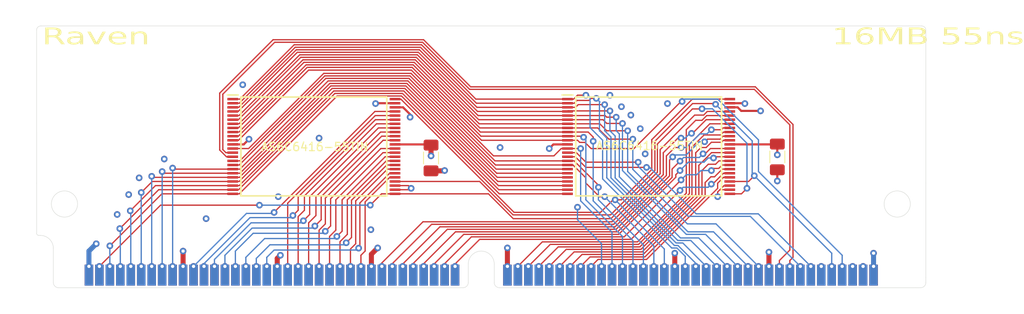
<source format=kicad_pcb>
(kicad_pcb (version 20221018) (generator pcbnew)
  (title_block (title "Raven SRAM 16MB, 55ns") (date "2023") (rev "A0") (company "Licensed under CERN-OHL-P v2") (comment 1 "Anders Granlund"))
  (layers (0 "F.Cu" signal) (1 "In1.Cu" signal) (2 "In2.Cu" signal) (31 "B.Cu" signal) (34 "B.Paste" user) (35 "F.Paste" user) (36 "B.SilkS" user "B.Silkscreen") (37 "F.SilkS" user "F.Silkscreen") (38 "B.Mask" user) (39 "F.Mask" user) (44 "Edge.Cuts" user))
  (net 0 "")
  (net 1 "VCC")
  (net 2 "A2")
  (net 3 "A3")
  (net 4 "A4")
  (net 5 "A5")
  (net 6 "A6")
  (net 7 "A7")
  (net 8 "A8")
  (net 9 "A9")
  (net 10 "A10")
  (net 11 "A11")
  (net 12 "A12")
  (net 13 "GND")
  (net 14 "D31")
  (net 15 "D30")
  (net 16 "D29")
  (net 17 "D28")
  (net 18 "D27")
  (net 19 "D26")
  (net 20 "D25")
  (net 21 "D24")
  (net 22 "D23")
  (net 23 "D22")
  (net 24 "D21")
  (net 25 "D20")
  (net 26 "D19")
  (net 27 "D18")
  (net 28 "D17")
  (net 29 "D16")
  (net 30 "D15")
  (net 31 "D14")
  (net 32 "D13")
  (net 33 "D12")
  (net 34 "D11")
  (net 35 "D10")
  (net 36 "D9")
  (net 37 "D8")
  (net 38 "D7")
  (net 39 "D6")
  (net 40 "D5")
  (net 41 "D4")
  (net 42 "D3")
  (net 43 "D2")
  (net 44 "D1")
  (net 45 "D0")
  (net 46 "A23")
  (net 47 "A22")
  (net 48 "A21")
  (net 49 "A20")
  (net 50 "A19")
  (net 51 "A18")
  (net 52 "A17")
  (net 53 "A16")
  (net 54 "A15")
  (net 55 "A14")
  (net 56 "A13")
  (net 57 "~{BS0}")
  (net 58 "~{BS1}")
  (net 59 "~{BS2}")
  (net 60 "~{BS3}")
  (net 61 "~{OE}")
  (net 62 "~{WE}")
  (net 63 "unconnected-(J1-nc-Pad67)")
  (net 64 "unconnected-(J1-nc-Pad70)")
  (net 65 "unconnected-(J1-nc-Pad71)")
  (footprint "68k:SIMM72_edge" (layer "F.Cu") (at 51.0258 102.745)
    (fp_text reference "J1" hide)
    (fp_text value "SIMM72" hide)
    (fp_line (start 0 0) (end 0 6.096) (stroke (width 0.05)) (layer "Edge.Cuts"))
    (fp_line (start 0.254 6.35) (end 0.46 6.354793) (stroke (width 0.05)) (layer "Edge.Cuts"))
    (fp_line (start 2.03 12.065) (end 2.03 7.92) (stroke (width 0.05)) (layer "Edge.Cuts"))
    (fp_line (start 51.7652 12.7) (end 2.665 12.7) (stroke (width 0.05)) (layer "Edge.Cuts"))
    (fp_line (start 52.4002 12.065) (end 52.4002 9.8298) (stroke (width 0.05)) (layer "Edge.Cuts"))
    (fp_line (start 55.5498 12.065) (end 55.5498 9.8298) (stroke (width 0.05)) (layer "Edge.Cuts"))
    (fp_line (start 56.1848 12.7) (end 106.68 12.7) (stroke (width 0.05)) (layer "Edge.Cuts"))
    (fp_line (start 107.315 12.7) (end 106.68 12.7) (stroke (width 0.05)) (layer "Edge.Cuts"))
    (fp_line (start 107.95 0) (end 107.95 11.43) (stroke (width 0.05)) (layer "Edge.Cuts"))
    (fp_line (start 107.95 12.065) (end 107.95 11.43) (stroke (width 0.05)) (layer "Edge.Cuts"))
    (fp_arc (start 0.254 6.35) (mid 0.074395 6.275605) (end 0 6.096) (stroke (width 0.05)) (layer "Edge.Cuts"))
    (fp_arc (start 0.46 6.354793) (mid 1.568464 6.812942) (end 2.03 7.92) (stroke (width 0.05)) (layer "Edge.Cuts"))
    (fp_arc (start 2.665 12.7) (mid 2.215987 12.514013) (end 2.03 12.065) (stroke (width 0.05)) (layer "Edge.Cuts"))
    (fp_arc (start 52.4002 9.8298) (mid 53.975 8.255) (end 55.5498 9.8298) (stroke (width 0.05)) (layer "Edge.Cuts"))
    (fp_arc (start 52.4002 12.065) (mid 52.214213 12.514013) (end 51.7652 12.7) (stroke (width 0.05)) (layer "Edge.Cuts"))
    (fp_arc (start 56.1848 12.7) (mid 55.735787 12.514013) (end 55.5498 12.065) (stroke (width 0.05)) (layer "Edge.Cuts"))
    (fp_arc (start 107.95 12.065) (mid 107.764013 12.514013) (end 107.315 12.7) (stroke (width 0.05)) (layer "Edge.Cuts"))
    (fp_circle (center 3.38 2.54) (end 4.953 2.3114) (stroke (width 0.05)) (fill none) (layer "Edge.Cuts"))
    (fp_circle (center 104.4702 2.54) (end 106.0602 2.54) (stroke (width 0.05)) (fill none) (layer "Edge.Cuts"))
  )
  (footprint "68k:SOP50P2000X120-48N" (layer "F.Cu") (at 84.68 98.3)
    (fp_text reference "IC1" hide)
    (fp_text value "AS6C6416-55TIN" hide)
  )
  (footprint "Capacitor_SMD:C_1206_3216Metric_Pad1.33x1.80mm_HandSolder" (layer "F.Cu") (at 140.941 99.57 -90)
    (fp_text reference "C2" hide)
    (fp_text value "0.1uF" hide)
  )
  (footprint "68k:SOP50P2000X120-48N" (layer "F.Cu") (at 125.32 98.3)
    (fp_text reference "IC2" hide)
    (fp_text value "AS6C6416-55TIN" hide)
  )
  (footprint "Capacitor_SMD:C_1206_3216Metric_Pad1.33x1.80mm_HandSolder" (layer "F.Cu") (at 98.904 99.697 -90)
    (fp_text reference "C1" hide)
    (fp_text value "0.1uF" hide)
  )
  (gr_arc (start 51.025 84.1776) (mid 51.17379 83.81839) (end 51.533 83.6696) (stroke (width 0.05)) (layer "Edge.Cuts"))
  (gr_arc (start 158.467 83.6696) (mid 158.82621 83.81839) (end 158.975 84.1776) (stroke (width 0.05)) (layer "Edge.Cuts"))
  (gr_line (start 158.975 84.1776) (end 158.9758 102.745) (stroke (width 0.05)) (layer "Edge.Cuts"))
  (gr_line (start 51.025 84.1776) (end 51.0258 102.745) (stroke (width 0.05)) (layer "Edge.Cuts"))
  (gr_line (start 158.467 83.6696) (end 51.533 83.6696) (stroke (width 0.05)) (layer "Edge.Cuts"))
  (gr_text "16MB 55ns" (at 147.545 86.235) (layer "F.SilkS") (effects (font (size 2 3)) (justify left bottom)))
  (gr_text "AS6C6416-55TIN" (at 118.843 98.808) (layer "F.SilkS") (effects (font (size 1 1)) (justify left bottom)))
  (gr_text "AS6C6416-55TIN" (at 78.203 98.935) (layer "F.SilkS") (effects (font (size 1 1)) (justify left bottom)))
  (gr_text "Raven" (at 51.66 86.235) (layer "F.SilkS") (effects (font (size 2 3)) (justify left bottom)))
  (segment (start 98.904 98.1345) (end 98.904 99.443) (width 0.6096) (layer "F.Cu") (net 1))
  (segment (start 135.174 98.046) (end 135.17 98.05) (width 0.254) (layer "F.Cu") (net 1))
  (segment (start 98.8195 98.05) (end 98.904 98.1345) (width 0.254) (layer "F.Cu") (net 1))
  (segment (start 115.47 98.05) (end 113.759 98.05) (width 0.254) (layer "F.Cu") (net 1))
  (segment (start 94.53 98.05) (end 98.8195 98.05) (width 0.254) (layer "F.Cu") (net 1))
  (segment (start 140.9025 98.046) (end 135.174 98.046) (width 0.254) (layer "F.Cu") (net 1))
  (segment (start 113.759 98.05) (end 113.255 98.554) (width 0.254) (layer "F.Cu") (net 1))
  (segment (start 92.216 93.05) (end 92.173 93.093) (width 0.1524) (layer "F.Cu") (net 1))
  (segment (start 76.806 97.411) (end 76.167 98.05) (width 0.254) (layer "F.Cu") (net 1))
  (segment (start 140.941 98.0075) (end 140.9025 98.046) (width 0.254) (layer "F.Cu") (net 1))
  (segment (start 140.941 98.0075) (end 140.941 99.316) (width 0.254) (layer "F.Cu") (net 1))
  (segment (start 76.167 98.05) (end 74.83 98.05) (width 0.254) (layer "F.Cu") (net 1))
  (segment (start 136.961 93.05) (end 137.004 93.093) (width 0.254) (layer "F.Cu") (net 1))
  (segment (start 135.17 93.05) (end 136.961 93.05) (width 0.254) (layer "F.Cu") (net 1))
  (segment (start 94.53 93.05) (end 92.216 93.05) (width 0.254) (layer "F.Cu") (net 1))
  (via (at 92.173 93.093) (size 0.8) (drill 0.4) (layers "F.Cu" "B.Cu") (net 1))
  (via (at 58.264 110.111) (size 0.8) (drill 0.4) (layers "F.Cu" "B.Cu") (net 1))
  (via (at 98.904 99.443) (size 0.8) (drill 0.4) (layers "F.Cu" "B.Cu") (net 1))
  (via (at 137.004 93.093) (size 0.8) (drill 0.4) (layers "F.Cu" "B.Cu") (net 1))
  (via (at 140.941 99.316) (size 0.8) (drill 0.4) (layers "F.Cu" "B.Cu") (net 1))
  (via (at 76.806 97.411) (size 0.8) (drill 0.4) (layers "F.Cu" "B.Cu") (net 1))
  (via (at 113.255 98.554) (size 0.8) (drill 0.4) (layers "F.Cu" "B.Cu") (net 1))
  (via (at 152.625 111.254) (size 0.8) (drill 0.4) (layers "F.Cu" "B.Cu") (net 1))
  (via (at 57.375 112.8542) (size 0.8) (drill 0.4) (layers "F.Cu" "B.Cu") (net 1))
  (via (at 152.625 112.8542) (size 0.8) (drill 0.4) (layers "F.Cu" "B.Cu") (net 1))
  (segment (start 57.375 111) (end 57.375 112.8542) (width 0.6096) (layer "B.Cu") (net 1))
  (segment (start 58.264 110.111) (end 57.375 111) (width 0.6096) (layer "B.Cu") (net 1))
  (segment (start 152.625 111.254) (end 152.625 112.8542) (width 0.6096) (layer "B.Cu") (net 1))
  (segment (start 137.258 103.38) (end 136.588 104.05) (width 0.1524) (layer "F.Cu") (net 2))
  (segment (start 136.588 104.05) (end 135.17 104.05) (width 0.1524) (layer "F.Cu") (net 2))
  (segment (start 91.5311 105.4189) (end 92.9 104.05) (width 0.1524) (layer "F.Cu") (net 2))
  (segment (start 66.0734 105.4258) (end 58.645 112.8542) (width 0.1524) (layer "F.Cu") (net 2))
  (segment (start 131.7798 93.7452) (end 131.797 93.728) (width 0.1524) (layer "F.Cu") (net 2))
  (segment (start 94.53 104.05) (end 105.873948 104.05) (width 0.1524) (layer "F.Cu") (net 2))
  (segment (start 108.886948 107.063) (end 120.748 107.063) (width 0.1524) (layer "F.Cu") (net 2))
  (segment (start 120.748 107.063) (end 126.3868 101.4242) (width 0.1524) (layer "F.Cu") (net 2))
  (segment (start 105.873948 104.05) (end 108.886948 107.063) (width 0.1524) (layer "F.Cu") (net 2))
  (segment (start 126.3868 97.9952) (end 130.6368 93.7452) (width 0.1524) (layer "F.Cu") (net 2))
  (segment (start 92.9 104.05) (end 94.53 104.05) (width 0.1524) (layer "F.Cu") (net 2))
  (segment (start 78.076 105.4258) (end 66.0734 105.4258) (width 0.1524) (layer "F.Cu") (net 2))
  (segment (start 126.3868 101.4242) (end 126.3868 97.9952) (width 0.1524) (layer "F.Cu") (net 2))
  (segment (start 91.5311 105.4253) (end 91.5311 105.4189) (width 0.1524) (layer "F.Cu") (net 2))
  (segment (start 130.6368 93.7452) (end 131.7798 93.7452) (width 0.1524) (layer "F.Cu") (net 2))
  (via (at 131.797 93.728) (size 0.8) (drill 0.4) (layers "F.Cu" "B.Cu") (net 2))
  (via (at 58.645 112.8542) (size 0.8) (drill 0.4) (layers "F.Cu" "B.Cu") (net 2))
  (via (at 91.5311 105.4253) (size 0.8) (drill 0.4) (layers "F.Cu" "B.Cu") (net 2))
  (via (at 78.076 105.4258) (size 0.8) (drill 0.4) (layers "F.Cu" "B.Cu") (net 2))
  (via (at 137.258 103.38) (size 0.8) (drill 0.4) (layers "F.Cu" "B.Cu") (net 2))
  (segment (start 137.258 97.919) (end 133.067 93.728) (width 0.1524) (layer "B.Cu") (net 2))
  (segment (start 78.076 105.4258) (end 78.0765 105.4253) (width 0.1524) (layer "B.Cu") (net 2))
  (segment (start 133.067 93.728) (end 131.797 93.728) (width 0.1524) (layer "B.Cu") (net 2))
  (segment (start 78.0765 105.4253) (end 91.5311 105.4253) (width 0.1524) (layer "B.Cu") (net 2))
  (segment (start 137.258 103.38) (end 137.258 97.919) (width 0.1524) (layer "B.Cu") (net 2))
  (segment (start 95.3154 92.1714) (end 107.194 104.05) (width 0.1524) (layer "F.Cu") (net 3))
  (segment (start 87.5066 92.1714) (end 95.3154 92.1714) (width 0.1524) (layer "F.Cu") (net 3))
  (segment (start 66.23 104.05) (end 74.83 104.05) (width 0.1524) (layer "F.Cu") (net 3))
  (segment (start 59.915 110.365) (end 66.23 104.05) (width 0.1524) (layer "F.Cu") (net 3))
  (segment (start 107.194 104.05) (end 115.47 104.05) (width 0.1524) (layer "F.Cu") (net 3))
  (segment (start 74.83 104.05) (end 75.628 104.05) (width 0.1524) (layer "F.Cu") (net 3))
  (segment (start 75.628 104.05) (end 87.5066 92.1714) (width 0.1524) (layer "F.Cu") (net 3))
  (via (at 59.915 110.365) (size 0.8) (drill 0.4) (layers "F.Cu" "B.Cu") (net 3))
  (via (at 59.915 112.8542) (size 0.8) (drill 0.4) (layers "F.Cu" "B.Cu") (net 3))
  (segment (start 59.915 110.365) (end 59.915 112.8542) (width 0.1524) (layer "B.Cu") (net 3))
  (segment (start 61.121866 108.269866) (end 65.841732 103.55) (width 0.1524) (layer "F.Cu") (net 4))
  (segment (start 107.125052 103.55) (end 95.441652 91.8666) (width 0.1524) (layer "F.Cu") (net 4))
  (segment (start 87.226452 91.8666) (end 75.543052 103.55) (width 0.1524) (layer "F.Cu") (net 4))
  (segment (start 75.543052 103.55) (end 74.83 103.55) (width 0.1524) (layer "F.Cu") (net 4))
  (segment (start 95.441652 91.8666) (end 87.226452 91.8666) (width 0.1524) (layer "F.Cu") (net 4))
  (segment (start 115.47 103.55) (end 107.125052 103.55) (width 0.1524) (layer "F.Cu") (net 4))
  (segment (start 65.841732 103.55) (end 74.83 103.55) (width 0.1524) (layer "F.Cu") (net 4))
  (via (at 61.185 112.8542) (size 0.8) (drill 0.4) (layers "F.Cu" "B.Cu") (net 4))
  (via (at 61.121866 108.269866) (size 0.8) (drill 0.4) (layers "F.Cu" "B.Cu") (net 4))
  (segment (start 61.185 108.333) (end 61.185 112.8542) (width 0.1524) (layer "B.Cu") (net 4))
  (segment (start 61.121866 108.269866) (end 61.185 108.333) (width 0.1524) (layer "B.Cu") (net 4))
  (segment (start 95.5948 91.5618) (end 107.083 103.05) (width 0.1524) (layer "F.Cu") (net 5))
  (segment (start 87.1002 91.5618) (end 95.5948 91.5618) (width 0.1524) (layer "F.Cu") (net 5))
  (segment (start 107.083 103.05) (end 115.47 103.05) (width 0.1524) (layer "F.Cu") (net 5))
  (segment (start 74.83 103.05) (end 75.612 103.05) (width 0.1524) (layer "F.Cu") (net 5))
  (segment (start 62.392232 106.111232) (end 65.453464 103.05) (width 0.1524) (layer "F.Cu") (net 5))
  (segment (start 65.453464 103.05) (end 74.83 103.05) (width 0.1524) (layer "F.Cu") (net 5))
  (segment (start 75.612 103.05) (end 87.1002 91.5618) (width 0.1524) (layer "F.Cu") (net 5))
  (via (at 62.392232 106.111232) (size 0.8) (drill 0.4) (layers "F.Cu" "B.Cu") (net 5))
  (via (at 62.455 112.8542) (size 0.8) (drill 0.4) (layers "F.Cu" "B.Cu") (net 5))
  (segment (start 62.455 106.174) (end 62.455 112.8542) (width 0.1524) (layer "B.Cu") (net 5))
  (segment (start 62.392232 106.111232) (end 62.455 106.174) (width 0.1524) (layer "B.Cu") (net 5))
  (segment (start 65.065196 102.55) (end 74.83 102.55) (width 0.1524) (layer "F.Cu") (net 6))
  (segment (start 63.726098 103.889098) (end 65.065196 102.55) (width 0.1524) (layer "F.Cu") (net 6))
  (segment (start 86.897 91.257) (end 75.604 102.55) (width 0.1524) (layer "F.Cu") (net 6))
  (segment (start 75.604 102.55) (end 74.83 102.55) (width 0.1524) (layer "F.Cu") (net 6))
  (segment (start 115.47 102.55) (end 107.014052 102.55) (width 0.1524) (layer "F.Cu") (net 6))
  (segment (start 95.721052 91.257) (end 86.897 91.257) (width 0.1524) (layer "F.Cu") (net 6))
  (segment (start 107.014052 102.55) (end 95.721052 91.257) (width 0.1524) (layer "F.Cu") (net 6))
  (via (at 63.726098 103.889098) (size 0.8) (drill 0.4) (layers "F.Cu" "B.Cu") (net 6))
  (via (at 63.725 112.8542) (size 0.8) (drill 0.4) (layers "F.Cu" "B.Cu") (net 6))
  (segment (start 63.726098 103.889098) (end 63.725 103.890196) (width 0.1524) (layer "B.Cu") (net 6))
  (segment (start 63.725 103.890196) (end 63.725 112.8542) (width 0.1524) (layer "B.Cu") (net 6))
  (segment (start 65.1231 102.05) (end 64.995 101.9219) (width 0.1524) (layer "F.Cu") (net 7))
  (segment (start 95.847304 90.9522) (end 106.945104 102.05) (width 0.1524) (layer "F.Cu") (net 7))
  (segment (start 86.743852 90.9522) (end 95.847304 90.9522) (width 0.1524) (layer "F.Cu") (net 7))
  (segment (start 75.646052 102.05) (end 86.743852 90.9522) (width 0.1524) (layer "F.Cu") (net 7))
  (segment (start 106.945104 102.05) (end 115.47 102.05) (width 0.1524) (layer "F.Cu") (net 7))
  (segment (start 74.83 102.05) (end 75.646052 102.05) (width 0.1524) (layer "F.Cu") (net 7))
  (segment (start 74.83 102.05) (end 65.1231 102.05) (width 0.1524) (layer "F.Cu") (net 7))
  (via (at 64.995 101.9219) (size 0.8) (drill 0.4) (layers "F.Cu" "B.Cu") (net 7))
  (via (at 64.995 112.8542) (size 0.8) (drill 0.4) (layers "F.Cu" "B.Cu") (net 7))
  (segment (start 64.995 101.9219) (end 64.995 112.8542) (width 0.1524) (layer "B.Cu") (net 7))
  (segment (start 95.973556 90.6474) (end 86.6176 90.6474) (width 0.1524) (layer "F.Cu") (net 8))
  (segment (start 115.47 101.55) (end 106.876156 101.55) (width 0.1524) (layer "F.Cu") (net 8))
  (segment (start 75.715 101.55) (end 74.83 101.55) (width 0.1524) (layer "F.Cu") (net 8))
  (segment (start 86.6176 90.6474) (end 75.715 101.55) (width 0.1524) (layer "F.Cu") (net 8))
  (segment (start 106.876156 101.55) (end 95.973556 90.6474) (width 0.1524) (layer "F.Cu") (net 8))
  (segment (start 66.467 101.55) (end 66.265 101.348) (width 0.1524) (layer "F.Cu") (net 8))
  (segment (start 74.83 101.55) (end 66.467 101.55) (width 0.1524) (layer "F.Cu") (net 8))
  (via (at 66.265 101.348) (size 0.8) (drill 0.4) (layers "F.Cu" "B.Cu") (net 8))
  (via (at 66.265 112.8542) (size 0.8) (drill 0.4) (layers "F.Cu" "B.Cu") (net 8))
  (segment (start 66.265 101.348) (end 66.265 112.8542) (width 0.1524) (layer "B.Cu") (net 8))
  (segment (start 67.6631 101.05) (end 67.535 100.9219) (width 0.1524) (layer "F.Cu") (net 9))
  (segment (start 75.707 101.05) (end 86.4144 90.3426) (width 0.1524) (layer "F.Cu") (net 9))
  (segment (start 74.83 101.05) (end 67.6631 101.05) (width 0.1524) (layer "F.Cu") (net 9))
  (segment (start 74.83 101.05) (end 75.707 101.05) (width 0.1524) (layer "F.Cu") (net 9))
  (segment (start 86.4144 90.3426) (end 96.099808 90.3426) (width 0.1524) (layer "F.Cu") (net 9))
  (segment (start 96.099808 90.3426) (end 106.807208 101.05) (width 0.1524) (layer "F.Cu") (net 9))
  (segment (start 106.807208 101.05) (end 115.47 101.05) (width 0.1524) (layer "F.Cu") (net 9))
  (via (at 67.535 112.8542) (size 0.8) (drill 0.4) (layers "F.Cu" "B.Cu") (net 9))
  (via (at 67.535 100.9219) (size 0.8) (drill 0.4) (layers "F.Cu" "B.Cu") (net 9))
  (segment (start 67.535 100.9219) (end 67.535 112.8542) (width 0.1524) (layer "B.Cu") (net 9))
  (segment (start 119.133 96.05) (end 115.47 96.05) (width 0.1524) (layer "F.Cu") (net 10))
  (segment (start 115.47 96.05) (end 104.824572 96.05) (width 0.1524) (layer "F.Cu") (net 10))
  (segment (start 83.479052 88.0892) (end 75.518252 96.05) (width 0.1524) (layer "F.Cu") (net 10))
  (segment (start 104.824572 96.05) (end 96.863772 88.0892) (width 0.1524) (layer "F.Cu") (net 10))
  (segment (start 96.863772 88.0892) (end 83.479052 88.0892) (width 0.1524) (layer "F.Cu") (net 10))
  (segment (start 120.494 97.411) (end 119.133 96.05) (width 0.1524) (layer "F.Cu") (net 10))
  (segment (start 75.518252 96.05) (end 74.83 96.05) (width 0.1524) (layer "F.Cu") (net 10))
  (segment (start 123.4012 97.411) (end 120.494 97.411) (width 0.1524) (layer "F.Cu") (net 10))
  (via (at 123.4012 97.411) (size 0.8) (drill 0.4) (layers "F.Cu" "B.Cu") (net 10))
  (via (at 138.655 112.8542) (size 0.8) (drill 0.4) (layers "F.Cu" "B.Cu") (net 10))
  (segment (start 130.019 107.698) (end 133.4988 107.698) (width 0.1524) (layer "B.Cu") (net 10))
  (segment (start 123.4012 97.411) (end 123.4012 101.0802) (width 0.1524) (layer "B.Cu") (net 10))
  (segment (start 133.4988 107.698) (end 138.655 112.8542) (width 0.1524) (layer "B.Cu") (net 10))
  (segment (start 123.4012 101.0802) (end 130.019 107.698) (width 0.1524) (layer "B.Cu") (net 10))
  (segment (start 122.7731 96.395) (end 120.24 96.395) (width 0.1524) (layer "F.Cu") (net 11))
  (segment (start 83.3528 87.7844) (end 96.990024 87.7844) (width 0.1524) (layer "F.Cu") (net 11))
  (segment (start 119.395 95.55) (end 115.47 95.55) (width 0.1524) (layer "F.Cu") (net 11))
  (segment (start 75.5872 95.55) (end 83.3528 87.7844) (width 0.1524) (layer "F.Cu") (net 11))
  (segment (start 96.990024 87.7844) (end 104.755624 95.55) (width 0.1524) (layer "F.Cu") (net 11))
  (segment (start 120.24 96.395) (end 119.395 95.55) (width 0.1524) (layer "F.Cu") (net 11))
  (segment (start 104.755624 95.55) (end 115.47 95.55) (width 0.1524) (layer "F.Cu") (net 11))
  (segment (start 74.83 95.55) (end 75.5872 95.55) (width 0.1524) (layer "F.Cu") (net 11))
  (via (at 137.385 112.8542) (size 0.8) (drill 0.4) (layers "F.Cu" "B.Cu") (net 11))
  (via (at 122.7731 96.395) (size 0.8) (drill 0.4) (layers "F.Cu" "B.Cu") (net 11))
  (segment (start 133.194 108.6632) (end 137.385 112.8542) (width 0.1524) (layer "B.Cu") (net 11))
  (segment (start 122.7731 96.395) (end 122.7731 101.3411) (width 0.1524) (layer "B.Cu") (net 11))
  (segment (start 130.0952 108.6632) (end 133.194 108.6632) (width 0.1524) (layer "B.Cu") (net 11))
  (segment (start 122.7731 101.3411) (end 130.0952 108.6632) (width 0.1524) (layer "B.Cu") (net 11))
  (segment (start 75.518252 95.05) (end 74.83 95.05) (width 0.1524) (layer "F.Cu") (net 12))
  (segment (start 119.784 95.05) (end 115.47 95.05) (width 0.1524) (layer "F.Cu") (net 12))
  (segment (start 120.24 95.506) (end 119.784 95.05) (width 0.1524) (layer "F.Cu") (net 12))
  (segment (start 104.686676 95.05) (end 97.116276 87.4796) (width 0.1524) (layer "F.Cu") (net 12))
  (segment (start 122.145 95.506) (end 120.24 95.506) (width 0.1524) (layer "F.Cu") (net 12))
  (segment (start 83.088652 87.4796) (end 75.518252 95.05) (width 0.1524) (layer "F.Cu") (net 12))
  (segment (start 115.47 95.05) (end 104.686676 95.05) (width 0.1524) (layer "F.Cu") (net 12))
  (segment (start 97.116276 87.4796) (end 83.088652 87.4796) (width 0.1524) (layer "F.Cu") (net 12))
  (via (at 136.115 112.8542) (size 0.8) (drill 0.4) (layers "F.Cu" "B.Cu") (net 12))
  (via (at 122.145 95.506) (size 0.8) (drill 0.4) (layers "F.Cu" "B.Cu") (net 12))
  (segment (start 122.145 101.221) (end 129.892 108.968) (width 0.1524) (layer "B.Cu") (net 12))
  (segment (start 122.145 95.506) (end 122.145 101.221) (width 0.1524) (layer "B.Cu") (net 12))
  (segment (start 129.892 108.968) (end 132.2288 108.968) (width 0.1524) (layer "B.Cu") (net 12))
  (segment (start 132.2288 108.968) (end 136.115 112.8542) (width 0.1524) (layer "B.Cu") (net 12))
  (segment (start 135.17 103.55) (end 133.9765 103.55) (width 0.1524) (layer "F.Cu") (net 13))
  (segment (start 134.4765 103.05) (end 133.9765 103.55) (width 0.1524) (layer "F.Cu") (net 13))
  (segment (start 94.53 93.55) (end 95.17 93.55) (width 0.1524) (layer "F.Cu") (net 13))
  (segment (start 108.175 110.619) (end 108.175 112.8542) (width 0.6096) (layer "F.Cu") (net 13))
  (segment (start 95.51 93.55) (end 96.364 94.404) (width 0.254) (layer "F.Cu") (net 13))
  (segment (start 92.427 110.619) (end 91.665 111.381) (width 0.6096) (layer "F.Cu") (net 13))
  (segment (start 95.17 93.55) (end 95.51 93.55) (width 0.254) (layer "F.Cu") (net 13))
  (segment (start 133.702 104.396) (end 133.702 103.8245) (width 0.1524) (layer "F.Cu") (net 13))
  (segment (start 98.904 101.2595) (end 100.5165 101.2595) (width 0.6096) (layer "F.Cu") (net 13))
  (segment (start 139.925 112.8542) (end 139.925 111.127) (width 0.6096) (layer "F.Cu") (net 13))
  (segment (start 128.495 111.254) (end 128.495 112.8542) (width 0.6096) (layer "F.Cu") (net 13))
  (segment (start 96.364 94.404) (end 96.364 94.744) (width 0.254) (layer "F.Cu") (net 13))
  (segment (start 68.805 111) (end 68.805 112.8542) (width 0.6096) (layer "F.Cu") (net 13))
  (segment (start 96.321 103.55) (end 96.491 103.38) (width 0.1524) (layer "F.Cu") (net 13))
  (segment (start 91.665 111.381) (end 91.665 112.8542) (width 0.6096) (layer "F.Cu") (net 13))
  (segment (start 94.53 103.55) (end 96.321 103.55) (width 0.1524) (layer "F.Cu") (net 13))
  (segment (start 96.161 103.05) (end 96.491 103.38) (width 0.1524) (layer "F.Cu") (net 13))
  (segment (start 80.616 111.508) (end 80.235 111.889) (width 0.6096) (layer "F.Cu") (net 13))
  (segment (start 135.17 93.55) (end 136.127513 93.55) (width 0.254) (layer "F.Cu") (net 13))
  (segment (start 80.235 111.889) (end 80.235 112.8542) (width 0.6096) (layer "F.Cu") (net 13))
  (segment (start 94.53 103.05) (end 96.161 103.05) (width 0.1524) (layer "F.Cu") (net 13))
  (segment (start 140.941 101.1325) (end 140.941 102.491) (width 0.254) (layer "F.Cu") (net 13))
  (segment (start 136.127513 93.55) (end 136.559513 93.982) (width 0.254) (layer "F.Cu") (net 13))
  (segment (start 136.559513 93.982) (end 138.909 93.982) (width 0.254) (layer "F.Cu") (net 13))
  (segment (start 100.5165 101.2595) (end 100.555 101.221) (width 0.254) (layer "F.Cu") (net 13))
  (segment (start 135.17 103.05) (end 134.4765 103.05) (width 0.1524) (layer "F.Cu") (net 13))
  (segment (start 133.702 103.8245) (end 133.9765 103.55) (width 0.1524) (layer "F.Cu") (net 13))
  (via (at 80.616 111.508) (size 0.8) (drill 0.4) (layers "F.Cu" "B.Cu") (net 13))
  (via (at 128.495 111.254) (size 0.8) (drill 0.4) (layers "F.Cu" "B.Cu") (net 13))
  (via (at 85.315 97.284) (size 0.8) (drill 0.4) (layers "F.Cu" "B.Cu") (net 13))
  (via (at 124.304 96.141) (size 0.8) (drill 0.4) (layers "F.Cu" "B.Cu") (net 13))
  (via (at 128.495 112.8542) (size 0.8) (drill 0.4) (layers "F.Cu" "B.Cu") (net 13))
  (via (at 116.684 105.6729) (size 0.8) (drill 0.4) (layers "F.Cu" "B.Cu") (net 13))
  (via (at 96.364 94.744) (size 0.8) (drill 0.4) (layers "F.Cu" "B.Cu") (net 13))
  (via (at 68.805 112.8542) (size 0.8) (drill 0.4) (layers "F.Cu" "B.Cu") (net 13))
  (via (at 60.804 106.555) (size 0.8) (drill 0.4) (layers "F.Cu" "B.Cu") (net 13))
  (via (at 139.925 111.127) (size 0.8) (drill 0.4) (layers "F.Cu" "B.Cu") (net 13))
  (via (at 91.6 108.4) (size 0.8) (drill 0.4) (layers "F.Cu" "B.Cu") (net 13))
  (via (at 108.175 110.619) (size 0.8) (drill 0.4) (layers "F.Cu" "B.Cu") (net 13))
  (via (at 63.471 102.11) (size 0.8) (drill 0.4) (layers "F.Cu" "B.Cu") (net 13))
  (via (at 80.362 104.396) (size 0.8) (drill 0.4) (layers "F.Cu" "B.Cu") (net 13))
  (via (at 100.555 101.221) (size 0.8) (drill 0.4) (layers "F.Cu" "B.Cu") (net 13))
  (via (at 124.9 99.2) (size 0.8) (drill 0.4) (layers "F.Cu" "B.Cu") (net 13))
  (via (at 66.519 99.824) (size 0.8) (drill 0.4) (layers "F.Cu" "B.Cu") (net 13))
  (via (at 91.665 112.8542) (size 0.8) (drill 0.4) (layers "F.Cu" "B.Cu") (net 13))
  (via (at 76.044 90.807) (size 0.8) (drill 0.4) (layers "F.Cu" "B.Cu") (net 13))
  (via (at 68.805 111) (size 0.8) (drill 0.4) (layers "F.Cu" "B.Cu") (net 13))
  (via (at 140.941 102.491) (size 0.8) (drill 0.4) (layers "F.Cu" "B.Cu") (net 13))
  (via (at 108.175 112.8542) (size 0.8) (drill 0.4) (layers "F.Cu" "B.Cu") (net 13))
  (via (at 122.018 93.474) (size 0.8) (drill 0.4) (layers "F.Cu" "B.Cu") (net 13))
  (via (at 123.161 94.49) (size 0.8) (drill 0.4) (layers "F.Cu" "B.Cu") (net 13))
  (via (at 139.925 112.8542) (size 0.8) (drill 0.4) (layers "F.Cu" "B.Cu") (net 13))
  (via (at 96.491 103.38) (size 0.8) (drill 0.4) (layers "F.Cu" "B.Cu") (net 13))
  (via (at 127.606 93.093) (size 0.8) (drill 0.4) (layers "F.Cu" "B.Cu") (net 13))
  (via (at 92.427 110.619) (size 0.8) (drill 0.4) (layers "F.Cu" "B.Cu") (net 13))
  (via (at 119.605 112.8542) (size 0.8) (drill 0.4) (layers "F.Cu" "B.Cu") (net 13))
  (via (at 80.235 112.8542) (size 0.8) (drill 0.4) (layers "F.Cu" "B.Cu") (net 13))
  (via (at 107.286 98.427) (size 0.8) (drill 0.4) (layers "F.Cu" "B.Cu") (net 13))
  (via (at 120.621 92.077) (size 0.8) (drill 0.4) (layers "F.Cu" "B.Cu") (net 13))
  (via (at 62.201 104.142) (size 0.8) (drill 0.4) (layers "F.Cu" "B.Cu") (net 13))
  (via (at 138.909 93.982) (size 0.8) (drill 0.4) (layers "F.Cu" "B.Cu") (net 13))
  (via (at 133.702 104.396) (size 0.8) (drill 0.4) (layers "F.Cu" "B.Cu") (net 13))
  (via (at 71.599 107.063) (size 0.8) (drill 0.4) (layers "F.Cu" "B.Cu") (net 13))
  (segment (start 116.684 105.6729) (end 116.684 107.19) (width 0.1524) (layer "B.Cu") (net 13))
  (segment (start 116.684 107.19) (end 119.605 110.111) (width 0.1524) (layer "B.Cu") (net 13))
  (segment (start 119.605 110.111) (end 119.605 112.8542) (width 0.1524) (layer "B.Cu") (net 13))
  (segment (start 79.854 106.286926) (end 92.090926 94.05) (width 0.1524) (layer "F.Cu") (net 14))
  (segment (start 79.854 106.3079) (end 79.854 106.286926) (width 0.1524) (layer "F.Cu") (net 14))
  (segment (start 92.090926 94.05) (end 94.53 94.05) (width 0.1524) (layer "F.Cu") (net 14))
  (via (at 70.075 112.8542) (size 0.8) (drill 0.4) (layers "F.Cu" "B.Cu") (net 14))
  (via (at 79.854 106.3079) (size 0.8) (drill 0.4) (layers "F.Cu" "B.Cu") (net 14))
  (segment (start 79.7339 106.428) (end 76.5012 106.428) (width 0.1524) (layer "B.Cu") (net 14))
  (segment (start 79.854 106.3079) (end 79.7339 106.428) (width 0.1524) (layer "B.Cu") (net 14))
  (segment (start 76.5012 106.428) (end 70.075 112.8542) (width 0.1524) (layer "B.Cu") (net 14))
  (segment (start 82.775 104.431978) (end 92.156978 95.05) (width 0.1524) (layer "F.Cu") (net 15))
  (segment (start 82.14 106.682) (end 82.775 106.047) (width 0.1524) (layer "F.Cu") (net 15))
  (segment (start 82.775 106.047) (end 82.775 104.431978) (width 0.1524) (layer "F.Cu") (net 15))
  (segment (start 92.156978 95.05) (end 94.53 95.05) (width 0.1524) (layer "F.Cu") (net 15))
  (segment (start 82.1331 106.682) (end 82.14 106.682) (width 0.1524) (layer "F.Cu") (net 15))
  (via (at 82.1331 106.682) (size 0.8) (drill 0.4) (layers "F.Cu" "B.Cu") (net 15))
  (via (at 71.345 112.8542) (size 0.8) (drill 0.4) (layers "F.Cu" "B.Cu") (net 15))
  (segment (start 76.933 106.936) (end 71.345 112.524) (width 0.1524) (layer "B.Cu") (net 15))
  (segment (start 82.1331 106.682) (end 81.8791 106.936) (width 0.1524) (layer "B.Cu") (net 15))
  (segment (start 71.345 112.524) (end 71.345 112.8542) (width 0.1524) (layer "B.Cu") (net 15))
  (segment (start 81.8791 106.936) (end 76.933 106.936) (width 0.1524) (layer "B.Cu") (net 15))
  (segment (start 84.172 104.396) (end 92.518 96.05) (width 0.1524) (layer "F.Cu") (net 16))
  (segment (start 84.172 106.555) (end 84.172 104.396) (width 0.1524) (layer "F.Cu") (net 16))
  (segment (start 92.518 96.05) (end 94.53 96.05) (width 0.1524) (layer "F.Cu") (net 16))
  (segment (start 83.41 107.317) (end 84.172 106.555) (width 0.1524) (layer "F.Cu") (net 16))
  (via (at 83.41 107.317) (size 0.8) (drill 0.4) (layers "F.Cu" "B.Cu") (net 16))
  (via (at 72.615 112.8542) (size 0.8) (drill 0.4) (layers "F.Cu" "B.Cu") (net 16))
  (segment (start 72.615 112.016) (end 72.615 112.8542) (width 0.1524) (layer "B.Cu") (net 16))
  (segment (start 83.41 107.317) (end 83.156 107.571) (width 0.1524) (layer "B.Cu") (net 16))
  (segment (start 83.156 107.571) (end 77.06 107.571) (width 0.1524) (layer "B.Cu") (net 16))
  (segment (start 77.06 107.571) (end 72.615 112.016) (width 0.1524) (layer "B.Cu") (net 16))
  (segment (start 92.915 97.05) (end 94.53 97.05) (width 0.1524) (layer "F.Cu") (net 17))
  (segment (start 84.807 107.9589) (end 85.569 107.1969) (width 0.1524) (layer "F.Cu") (net 17))
  (segment (start 85.569 104.396) (end 92.915 97.05) (width 0.1524) (layer "F.Cu") (net 17))
  (segment (start 85.569 107.1969) (end 85.569 104.396) (width 0.1524) (layer "F.Cu") (net 17))
  (via (at 84.807 107.9589) (size 0.8) (drill 0.4) (layers "F.Cu" "B.Cu") (net 17))
  (via (at 73.885 112.8542) (size 0.8) (drill 0.4) (layers "F.Cu" "B.Cu") (net 17))
  (segment (start 73.885 111.508) (end 73.885 112.8542) (width 0.1524) (layer "B.Cu") (net 17))
  (segment (start 84.807 107.9589) (end 84.5599 108.206) (width 0.1524) (layer "B.Cu") (net 17))
  (segment (start 77.187 108.206) (end 73.885 111.508) (width 0.1524) (layer "B.Cu") (net 17))
  (segment (start 84.5599 108.206) (end 77.187 108.206) (width 0.1524) (layer "B.Cu") (net 17))
  (segment (start 86.712 104.65) (end 92.812 98.55) (width 0.1524) (layer "F.Cu") (net 18))
  (segment (start 86.712 107.951268) (end 86.712 104.65) (width 0.1524) (layer "F.Cu") (net 18))
  (segment (start 92.812 98.55) (end 94.53 98.55) (width 0.1524) (layer "F.Cu") (net 18))
  (segment (start 86.068875 108.594393) (end 86.712 107.951268) (width 0.1524) (layer "F.Cu") (net 18))
  (via (at 86.068875 108.594393) (size 0.8) (drill 0.4) (layers "F.Cu" "B.Cu") (net 18))
  (via (at 75.155 112.8542) (size 0.8) (drill 0.4) (layers "F.Cu" "B.Cu") (net 18))
  (segment (start 77.314 108.841) (end 75.155 111) (width 0.1524) (layer "B.Cu") (net 18))
  (segment (start 75.155 111) (end 75.155 112.8542) (width 0.1524) (layer "B.Cu") (net 18))
  (segment (start 86.068875 108.594393) (end 85.822268 108.841) (width 0.1524) (layer "B.Cu") (net 18))
  (segment (start 85.822268 108.841) (end 77.314 108.841) (width 0.1524) (layer "B.Cu") (net 18))
  (segment (start 93.336 99.55) (end 94.53 99.55) (width 0.1524) (layer "F.Cu") (net 19))
  (segment (start 88.109 104.777) (end 93.336 99.55) (width 0.1524) (layer "F.Cu") (net 19))
  (segment (start 88.109 108.587) (end 88.109 104.777) (width 0.1524) (layer "F.Cu") (net 19))
  (segment (start 87.474 109.222) (end 88.109 108.587) (width 0.1524) (layer "F.Cu") (net 19))
  (via (at 87.474 109.222) (size 0.8) (drill 0.4) (layers "F.Cu" "B.Cu") (net 19))
  (via (at 76.425 112.8542) (size 0.8) (drill 0.4) (layers "F.Cu" "B.Cu") (net 19))
  (segment (start 76.425 111.762) (end 76.425 112.8542) (width 0.1524) (layer "B.Cu") (net 19))
  (segment (start 87.474 109.222) (end 87.22 109.476) (width 0.1524) (layer "B.Cu") (net 19))
  (segment (start 87.22 109.476) (end 78.711 109.476) (width 0.1524) (layer "B.Cu") (net 19))
  (segment (start 78.711 109.476) (end 76.425 111.762) (width 0.1524) (layer "B.Cu") (net 19))
  (segment (start 89.252 104.827052) (end 93.529052 100.55) (width 0.1524) (layer "F.Cu") (net 20))
  (segment (start 88.608902 109.991366) (end 89.252 109.348268) (width 0.1524) (layer "F.Cu") (net 20))
  (segment (start 93.529052 100.55) (end 94.53 100.55) (width 0.1524) (layer "F.Cu") (net 20))
  (segment (start 89.252 109.348268) (end 89.252 104.827052) (width 0.1524) (layer "F.Cu") (net 20))
  (via (at 88.608902 109.991366) (size 0.8) (drill 0.4) (layers "F.Cu" "B.Cu") (net 20))
  (via (at 77.695 112.8542) (size 0.8) (drill 0.4) (layers "F.Cu" "B.Cu") (net 20))
  (segment (start 77.695 111.889) (end 77.695 112.8542) (width 0.1524) (layer "B.Cu") (net 20))
  (segment (start 79.346 110.238) (end 77.695 111.889) (width 0.1524) (layer "B.Cu") (net 20))
  (segment (start 88.608902 109.991366) (end 88.362268 110.238) (width 0.1524) (layer "B.Cu") (net 20))
  (segment (start 88.362268 110.238) (end 79.346 110.238) (width 0.1524) (layer "B.Cu") (net 20))
  (segment (start 90.117032 110.642236) (end 90.268 110.491268) (width 0.1524) (layer "F.Cu") (net 21))
  (segment (start 90.268 105.158) (end 93.876 101.55) (width 0.1524) (layer "F.Cu") (net 21))
  (segment (start 90.268 110.491268) (end 90.268 105.158) (width 0.1524) (layer "F.Cu") (net 21))
  (segment (start 93.876 101.55) (end 94.53 101.55) (width 0.1524) (layer "F.Cu") (net 21))
  (via (at 90.117032 110.642236) (size 0.8) (drill 0.4) (layers "F.Cu" "B.Cu") (net 21))
  (via (at 78.965 112.8542) (size 0.8) (drill 0.4) (layers "F.Cu" "B.Cu") (net 21))
  (segment (start 90.117032 110.642236) (end 89.886268 110.873) (width 0.1524) (layer "B.Cu") (net 21))
  (segment (start 79.854 110.873) (end 78.965 111.762) (width 0.1524) (layer "B.Cu") (net 21))
  (segment (start 89.886268 110.873) (end 79.854 110.873) (width 0.1524) (layer "B.Cu") (net 21))
  (segment (start 78.965 111.762) (end 78.965 112.8542) (width 0.1524) (layer "B.Cu") (net 21))
  (segment (start 81.505 105.179904) (end 92.134904 94.55) (width 0.1524) (layer "F.Cu") (net 22))
  (segment (start 81.505 112.8542) (end 81.505 105.179904) (width 0.1524) (layer "F.Cu") (net 22))
  (segment (start 92.134904 94.55) (end 94.53 94.55) (width 0.1524) (layer "F.Cu") (net 22))
  (via (at 81.505 112.8542) (size 0.8) (drill 0.4) (layers "F.Cu" "B.Cu") (net 22))
  (segment (start 83.537 106.047) (end 83.537 104.299502) (width 0.1524) (layer "F.Cu") (net 23))
  (segment (start 83.537 104.299502) (end 92.286502 95.55) (width 0.1524) (layer "F.Cu") (net 23))
  (segment (start 82.775 106.809) (end 83.537 106.047) (width 0.1524) (layer "F.Cu") (net 23))
  (segment (start 82.775 112.8542) (end 82.775 106.809) (width 0.1524) (layer "F.Cu") (net 23))
  (segment (start 92.286502 95.55) (end 94.53 95.55) (width 0.1524) (layer "F.Cu") (net 23))
  (via (at 82.775 112.8542) (size 0.8) (drill 0.4) (layers "F.Cu" "B.Cu") (net 23))
  (segment (start 84.934 104.396) (end 92.78 96.55) (width 0.1524) (layer "F.Cu") (net 24))
  (segment (start 92.78 96.55) (end 94.53 96.55) (width 0.1524) (layer "F.Cu") (net 24))
  (segment (start 84.045 107.571) (end 84.934 106.682) (width 0.1524) (layer "F.Cu") (net 24))
  (segment (start 84.934 106.682) (end 84.934 104.396) (width 0.1524) (layer "F.Cu") (net 24))
  (segment (start 84.045 112.8542) (end 84.045 107.571) (width 0.1524) (layer "F.Cu") (net 24))
  (via (at 84.045 112.8542) (size 0.8) (drill 0.4) (layers "F.Cu" "B.Cu") (net 24))
  (segment (start 86.077 107.698) (end 86.077 104.565865) (width 0.1524) (layer "F.Cu") (net 25))
  (segment (start 85.315 112.8542) (end 85.315 108.46) (width 0.1524) (layer "F.Cu") (net 25))
  (segment (start 93.092865 97.55) (end 94.53 97.55) (width 0.1524) (layer "F.Cu") (net 25))
  (segment (start 86.077 104.565865) (end 93.092865 97.55) (width 0.1524) (layer "F.Cu") (net 25))
  (segment (start 85.315 108.46) (end 86.077 107.698) (width 0.1524) (layer "F.Cu") (net 25))
  (via (at 85.315 112.8542) (size 0.8) (drill 0.4) (layers "F.Cu" "B.Cu") (net 25))
  (segment (start 93.074 99.05) (end 94.53 99.05) (width 0.1524) (layer "F.Cu") (net 26))
  (segment (start 87.347 108.460391) (end 87.347 104.777) (width 0.1524) (layer "F.Cu") (net 26))
  (segment (start 87.347 104.777) (end 93.074 99.05) (width 0.1524) (layer "F.Cu") (net 26))
  (segment (start 86.585 112.8542) (end 86.585 109.222391) (width 0.1524) (layer "F.Cu") (net 26))
  (segment (start 86.585 109.222391) (end 87.347 108.460391) (width 0.1524) (layer "F.Cu") (net 26))
  (via (at 86.585 112.8542) (size 0.8) (drill 0.4) (layers "F.Cu" "B.Cu") (net 26))
  (segment (start 87.855 112.8542) (end 87.855 109.857) (width 0.1524) (layer "F.Cu") (net 27))
  (segment (start 93.471 100.05) (end 94.53 100.05) (width 0.1524) (layer "F.Cu") (net 27))
  (segment (start 88.744 108.968) (end 88.744 104.777) (width 0.1524) (layer "F.Cu") (net 27))
  (segment (start 87.855 109.857) (end 88.744 108.968) (width 0.1524) (layer "F.Cu") (net 27))
  (segment (start 88.744 104.777) (end 93.471 100.05) (width 0.1524) (layer "F.Cu") (net 27))
  (via (at 87.855 112.8542) (size 0.8) (drill 0.4) (layers "F.Cu" "B.Cu") (net 27))
  (segment (start 89.125 110.746) (end 89.76 110.111) (width 0.1524) (layer "F.Cu") (net 28))
  (segment (start 93.614 101.05) (end 94.53 101.05) (width 0.1524) (layer "F.Cu") (net 28))
  (segment (start 89.125 112.8542) (end 89.125 110.746) (width 0.1524) (layer "F.Cu") (net 28))
  (segment (start 89.76 110.111) (end 89.76 104.904) (width 0.1524) (layer "F.Cu") (net 28))
  (segment (start 89.76 104.904) (end 93.614 101.05) (width 0.1524) (layer "F.Cu") (net 28))
  (via (at 89.125 112.8542) (size 0.8) (drill 0.4) (layers "F.Cu" "B.Cu") (net 28))
  (segment (start 90.395 111.508) (end 90.903 111) (width 0.1524) (layer "F.Cu") (net 29))
  (segment (start 90.903 105.031) (end 93.884 102.05) (width 0.1524) (layer "F.Cu") (net 29))
  (segment (start 93.884 102.05) (end 94.53 102.05) (width 0.1524) (layer "F.Cu") (net 29))
  (segment (start 90.395 112.8542) (end 90.395 111.508) (width 0.1524) (layer "F.Cu") (net 29))
  (segment (start 90.903 111) (end 90.903 105.031) (width 0.1524) (layer "F.Cu") (net 29))
  (via (at 90.395 112.8542) (size 0.8) (drill 0.4) (layers "F.Cu" "B.Cu") (net 29))
  (segment (start 97.9261 107.444) (end 120.875 107.444) (width 0.1524) (layer "F.Cu") (net 30))
  (segment (start 132.440948 94.05) (end 135.17 94.05) (width 0.1524) (layer "F.Cu") (net 30))
  (segment (start 132.000948 94.49) (end 132.440948 94.05) (width 0.1524) (layer "F.Cu") (net 30))
  (segment (start 92.935 112.4351) (end 97.9261 107.444) (width 0.1524) (layer "F.Cu") (net 30))
  (segment (start 126.717 98.681) (end 130.908 94.49) (width 0.1524) (layer "F.Cu") (net 30))
  (segment (start 126.717 101.602) (end 126.717 98.681) (width 0.1524) (layer "F.Cu") (net 30))
  (segment (start 120.875 107.444) (end 126.717 101.602) (width 0.1524) (layer "F.Cu") (net 30))
  (segment (start 130.908 94.49) (end 132.000948 94.49) (width 0.1524) (layer "F.Cu") (net 30))
  (segment (start 92.935 112.8542) (end 92.935 112.4351) (width 0.1524) (layer "F.Cu") (net 30))
  (via (at 92.935 112.8542) (size 0.8) (drill 0.4) (layers "F.Cu" "B.Cu") (net 30))
  (segment (start 127.098 99.062) (end 127.098 101.729) (width 0.1524) (layer "F.Cu") (net 31))
  (segment (start 127.098 101.729) (end 121.0782 107.7488) (width 0.1524) (layer "F.Cu") (net 31))
  (segment (start 130.646861 96.706191) (end 132.303052 95.05) (width 0.1524) (layer "F.Cu") (net 31))
  (segment (start 128.876 97.284) (end 127.098 99.062) (width 0.1524) (layer "F.Cu") (net 31))
  (segment (start 121.0782 107.7488) (end 98.9802 107.7488) (width 0.1524) (layer "F.Cu") (net 31))
  (segment (start 129.257 97.284) (end 128.876 97.284) (width 0.1524) (layer "F.Cu") (net 31))
  (segment (start 94.205 112.524) (end 94.205 112.8542) (width 0.1524) (layer "F.Cu") (net 31))
  (segment (start 132.303052 95.05) (end 135.17 95.05) (width 0.1524) (layer "F.Cu") (net 31))
  (segment (start 98.9802 107.7488) (end 94.205 112.524) (width 0.1524) (layer "F.Cu") (net 31))
  (segment (start 130.527 96.706191) (end 130.646861 96.706191) (width 0.1524) (layer "F.Cu") (net 31))
  (via (at 94.205 112.8542) (size 0.8) (drill 0.4) (layers "F.Cu" "B.Cu") (net 31))
  (via (at 130.527 96.706191) (size 0.8) (drill 0.4) (layers "F.Cu" "B.Cu") (net 31))
  (via (at 129.257 97.284) (size 0.8) (drill 0.4) (layers "F.Cu" "B.Cu") (net 31))
  (segment (start 129.765 97.284) (end 130.342809 96.706191) (width 0.1524) (layer "B.Cu") (net 31))
  (segment (start 129.257 97.284) (end 129.765 97.284) (width 0.1524) (layer "B.Cu") (net 31))
  (segment (start 130.342809 96.706191) (end 130.527 96.706191) (width 0.1524) (layer "B.Cu") (net 31))
  (segment (start 134.3676 96.05) (end 135.17 96.05) (width 0.1524) (layer "F.Cu") (net 32))
  (segment (start 134.1496 96.268) (end 134.3676 96.05) (width 0.1524) (layer "F.Cu") (net 32))
  (segment (start 127.479 101.819396) (end 121.244796 108.0536) (width 0.1524) (layer "F.Cu") (net 32))
  (segment (start 127.479 99.443) (end 127.479 101.819396) (width 0.1524) (layer "F.Cu") (net 32))
  (segment (start 95.475 112.5621) (end 95.475 112.8542) (width 0.1524) (layer "F.Cu") (net 32))
  (segment (start 99.9835 108.0536) (end 95.475 112.5621) (width 0.1524) (layer "F.Cu") (net 32))
  (segment (start 128.495 98.427) (end 127.479 99.443) (width 0.1524) (layer "F.Cu") (net 32))
  (segment (start 121.244796 108.0536) (end 99.9835 108.0536) (width 0.1524) (layer "F.Cu") (net 32))
  (segment (start 129.257 98.427) (end 128.495 98.427) (width 0.1524) (layer "F.Cu") (net 32))
  (segment (start 132.94 96.268) (end 134.1496 96.268) (width 0.1524) (layer "F.Cu") (net 32))
  (via (at 132.94 96.268) (size 0.8) (drill 0.4) (layers "F.Cu" "B.Cu") (net 32))
  (via (at 129.257 98.427) (size 0.8) (drill 0.4) (layers "F.Cu" "B.Cu") (net 32))
  (via (at 95.475 112.8542) (size 0.8) (drill 0.4) (layers "F.Cu" "B.Cu") (net 32))
  (segment (start 132.394668 96.776) (end 132.902668 96.268) (width 0.1524) (layer "B.Cu") (net 32))
  (segment (start 129.257 98.427) (end 129.892 98.427) (width 0.1524) (layer "B.Cu") (net 32))
  (segment (start 131.543 96.776) (end 132.394668 96.776) (width 0.1524) (layer "B.Cu") (net 32))
  (segment (start 132.902668 96.268) (end 132.94 96.268) (width 0.1524) (layer "B.Cu") (net 32))
  (segment (start 129.892 98.427) (end 131.543 96.776) (width 0.1524) (layer "B.Cu") (net 32))
  (segment (start 121.371048 108.3584) (end 100.8852 108.3584) (width 0.1524) (layer "F.Cu") (net 33))
  (segment (start 134.3676 97.05) (end 135.17 97.05) (width 0.1524) (layer "F.Cu") (net 33))
  (segment (start 134.0066 97.411) (end 134.3676 97.05) (width 0.1524) (layer "F.Cu") (net 33))
  (segment (start 96.745 112.4986) (end 96.745 112.8542) (width 0.1524) (layer "F.Cu") (net 33))
  (segment (start 128.237184 99.573084) (end 127.86 99.950268) (width 0.1524) (layer "F.Cu") (net 33))
  (segment (start 100.8852 108.3584) (end 96.745 112.4986) (width 0.1524) (layer "F.Cu") (net 33))
  (segment (start 127.86 101.869448) (end 121.371048 108.3584) (width 0.1524) (layer "F.Cu") (net 33))
  (segment (start 127.86 99.950268) (end 127.86 101.869448) (width 0.1524) (layer "F.Cu") (net 33))
  (segment (start 132.114134 97.728134) (end 132.114134 97.770934) (width 0.1524) (layer "F.Cu") (net 33))
  (segment (start 132.114134 97.770934) (end 132.474068 97.411) (width 0.1524) (layer "F.Cu") (net 33))
  (segment (start 132.474068 97.411) (end 134.0066 97.411) (width 0.1524) (layer "F.Cu") (net 33))
  (via (at 132.114134 97.728134) (size 0.8) (drill 0.4) (layers "F.Cu" "B.Cu") (net 33))
  (via (at 96.745 112.8542) (size 0.8) (drill 0.4) (layers "F.Cu" "B.Cu") (net 33))
  (via (at 128.237184 99.573084) (size 0.8) (drill 0.4) (layers "F.Cu" "B.Cu") (net 33))
  (segment (start 128.477556 99.332712) (end 129.875288 99.332712) (width 0.1524) (layer "B.Cu") (net 33))
  (segment (start 129.875288 99.332712) (end 131.479866 97.728134) (width 0.1524) (layer "B.Cu") (net 33))
  (segment (start 131.479866 97.728134) (end 132.114134 97.728134) (width 0.1524) (layer "B.Cu") (net 33))
  (segment (start 128.237184 99.573084) (end 128.477556 99.332712) (width 0.1524) (layer "B.Cu") (net 33))
  (segment (start 101.8758 108.6632) (end 98.015 112.524) (width 0.1524) (layer "F.Cu") (net 34))
  (segment (start 131.924 99.189) (end 132.178 99.189) (width 0.1524) (layer "F.Cu") (net 34))
  (segment (start 128.1648 101.0432) (end 128.1648 102.0592) (width 0.1524) (layer "F.Cu") (net 34))
  (segment (start 132.817 98.55) (end 135.17 98.55) (width 0.1524) (layer "F.Cu") (net 34))
  (segment (start 98.015 112.524) (end 98.015 112.8542) (width 0.1524) (layer "F.Cu") (net 34))
  (segment (start 132.178 99.189) (end 132.817 98.55) (width 0.1524) (layer "F.Cu") (net 34))
  (segment (start 129.13 100.078) (end 128.1648 101.0432) (width 0.1524) (layer "F.Cu") (net 34))
  (segment (start 128.1648 102.0592) (end 121.5608 108.6632) (width 0.1524) (layer "F.Cu") (net 34))
  (segment (start 121.5608 108.6632) (end 101.8758 108.6632) (width 0.1524) (layer "F.Cu") (net 34))
  (via (at 98.015 112.8542) (size 0.8) (drill 0.4) (layers "F.Cu" "B.Cu") (net 34))
  (via (at 129.13 100.078) (size 0.8) (drill 0.4) (layers "F.Cu" "B.Cu") (net 34))
  (via (at 131.924 99.189) (size 0.8) (drill 0.4) (layers "F.Cu" "B.Cu") (net 34))
  (segment (start 131.475488 99.637512) (end 131.924 99.189) (width 0.1524) (layer "B.Cu") (net 34))
  (segment (start 129.570488 99.637512) (end 131.475488 99.637512) (width 0.1524) (layer "B.Cu") (net 34))
  (segment (start 129.13 100.078) (end 129.570488 99.637512) (width 0.1524) (layer "B.Cu") (net 34))
  (segment (start 133.195633 99.698634) (end 133.344267 99.55) (width 0.1524) (layer "F.Cu") (net 35))
  (segment (start 128.622 102.033052) (end 121.687052 108.968) (width 0.1524) (layer "F.Cu") (net 35))
  (segment (start 128.622 101.729) (end 128.622 102.033052) (width 0.1524) (layer "F.Cu") (net 35))
  (segment (start 121.687052 108.968) (end 102.8791 108.968) (width 0.1524) (layer "F.Cu") (net 35))
  (segment (start 99.285 112.5621) (end 99.285 112.8542) (width 0.1524) (layer "F.Cu") (net 35))
  (segment (start 133.344267 99.55) (end 135.17 99.55) (width 0.1524) (layer "F.Cu") (net 35))
  (segment (start 102.8791 108.968) (end 99.285 112.5621) (width 0.1524) (layer "F.Cu") (net 35))
  (segment (start 129.13 101.221) (end 128.622 101.729) (width 0.1524) (layer "F.Cu") (net 35))
  (via (at 99.285 112.8542) (size 0.8) (drill 0.4) (layers "F.Cu" "B.Cu") (net 35))
  (via (at 129.13 101.221) (size 0.8) (drill 0.4) (layers "F.Cu" "B.Cu") (net 35))
  (via (at 133.195633 99.698634) (size 0.8) (drill 0.4) (layers "F.Cu" "B.Cu") (net 35))
  (segment (start 129.13 101.221) (end 130.146 100.205) (width 0.1524) (layer "B.Cu") (net 35))
  (segment (start 132.557366 99.698634) (end 133.195633 99.698634) (width 0.1524) (layer "B.Cu") (net 35))
  (segment (start 132.051 100.205) (end 132.557366 99.698634) (width 0.1524) (layer "B.Cu") (net 35))
  (segment (start 130.146 100.205) (end 132.051 100.205) (width 0.1524) (layer "B.Cu") (net 35))
  (segment (start 100.555 112.524) (end 100.555 112.8542) (width 0.1524) (layer "F.Cu") (net 36))
  (segment (start 134.246 100.55) (end 135.17 100.55) (width 0.1524) (layer "F.Cu") (net 36))
  (segment (start 103.8062 109.2728) (end 100.555 112.524) (width 0.1524) (layer "F.Cu") (net 36))
  (segment (start 133.194 100.967) (end 133.829 100.967) (width 0.1524) (layer "F.Cu") (net 36))
  (segment (start 122.3482 109.2728) (end 103.8062 109.2728) (width 0.1524) (layer "F.Cu") (net 36))
  (segment (start 133.829 100.967) (end 134.246 100.55) (width 0.1524) (layer "F.Cu") (net 36))
  (segment (start 132.94 101.221) (end 133.194 100.967) (width 0.1524) (layer "F.Cu") (net 36))
  (segment (start 129.257 102.364) (end 122.3482 109.2728) (width 0.1524) (layer "F.Cu") (net 36))
  (via (at 100.555 112.8542) (size 0.8) (drill 0.4) (layers "F.Cu" "B.Cu") (net 36))
  (via (at 132.94 101.221) (size 0.8) (drill 0.4) (layers "F.Cu" "B.Cu") (net 36))
  (via (at 129.257 102.364) (size 0.8) (drill 0.4) (layers "F.Cu" "B.Cu") (net 36))
  (segment (start 131.67 101.221) (end 132.94 101.221) (width 0.1524) (layer "B.Cu") (net 36))
  (segment (start 131.162 101.729) (end 131.67 101.221) (width 0.1524) (layer "B.Cu") (net 36))
  (segment (start 129.892 101.729) (end 131.162 101.729) (width 0.1524) (layer "B.Cu") (net 36))
  (segment (start 129.257 102.364) (end 129.892 101.729) (width 0.1524) (layer "B.Cu") (net 36))
  (segment (start 101.825 112.5621) (end 101.825 112.8542) (width 0.1524) (layer "F.Cu") (net 37))
  (segment (start 132.9331 102.872) (end 133.0908 102.872) (width 0.1524) (layer "F.Cu") (net 37))
  (segment (start 104.8095 109.5776) (end 101.825 112.5621) (width 0.1524) (layer "F.Cu") (net 37))
  (segment (start 134.4128 101.55) (end 135.17 101.55) (width 0.1524) (layer "F.Cu") (net 37))
  (segment (start 123.1864 109.5776) (end 104.8095 109.5776) (width 0.1524) (layer "F.Cu") (net 37))
  (segment (start 133.0908 102.872) (end 134.4128 101.55) (width 0.1524) (layer "F.Cu") (net 37))
  (segment (start 129.13 103.634) (end 123.1864 109.5776) (width 0.1524) (layer "F.Cu") (net 37))
  (via (at 101.825 112.8542) (size 0.8) (drill 0.4) (layers "F.Cu" "B.Cu") (net 37))
  (via (at 132.9331 102.872) (size 0.8) (drill 0.4) (layers "F.Cu" "B.Cu") (net 37))
  (via (at 129.13 103.634) (size 0.8) (drill 0.4) (layers "F.Cu" "B.Cu") (net 37))
  (segment (start 129.511 103.253) (end 132.5521 103.253) (width 0.1524) (layer "B.Cu") (net 37))
  (segment (start 129.13 103.634) (end 129.511 103.253) (width 0.1524) (layer "B.Cu") (net 37))
  (segment (start 132.5521 103.253) (end 132.9331 102.872) (width 0.1524) (layer "B.Cu") (net 37))
  (segment (start 132.372 94.55) (end 135.17 94.55) (width 0.1524) (layer "F.Cu") (net 38))
  (segment (start 131.797 95.125) (end 132.372 94.55) (width 0.1524) (layer "F.Cu") (net 38))
  (segment (start 131.035 95.125) (end 131.797 95.125) (width 0.1524) (layer "F.Cu") (net 38))
  (segment (start 129.892 96.268) (end 131.035 95.125) (width 0.1524) (layer "F.Cu") (net 38))
  (segment (start 123.974548 109.8824) (end 129.892 103.964948) (width 0.1524) (layer "F.Cu") (net 38))
  (segment (start 112.4168 109.8824) (end 123.974548 109.8824) (width 0.1524) (layer "F.Cu") (net 38))
  (segment (start 109.445 112.8542) (end 112.4168 109.8824) (width 0.1524) (layer "F.Cu") (net 38))
  (segment (start 129.892 103.964948) (end 129.892 96.268) (width 0.1524) (layer "F.Cu") (net 38))
  (via (at 109.445 112.8542) (size 0.8) (drill 0.4) (layers "F.Cu" "B.Cu") (net 38))
  (segment (start 130.273 98.026243) (end 132.749243 95.55) (width 0.1524) (layer "F.Cu") (net 39))
  (segment (start 113.382 110.1872) (end 124.1008 110.1872) (width 0.1524) (layer "F.Cu") (net 39))
  (segment (start 132.749243 95.55) (end 135.17 95.55) (width 0.1524) (layer "F.Cu") (net 39))
  (segment (start 110.715 112.8542) (end 113.382 110.1872) (width 0.1524) (layer "F.Cu") (net 39))
  (segment (start 130.273 104.015) (end 130.273 98.026243) (width 0.1524) (layer "F.Cu") (net 39))
  (segment (start 124.1008 110.1872) (end 130.273 104.015) (width 0.1524) (layer "F.Cu") (net 39))
  (via (at 110.715 112.8542) (size 0.8) (drill 0.4) (layers "F.Cu" "B.Cu") (net 39))
  (segment (start 130.5778 104.168148) (end 130.5778 98.3762) (width 0.1524) (layer "F.Cu") (net 40))
  (segment (start 124.253948 110.492) (end 130.5778 104.168148) (width 0.1524) (layer "F.Cu") (net 40))
  (segment (start 111.985 112.8542) (end 114.3472 110.492) (width 0.1524) (layer "F.Cu") (net 40))
  (segment (start 130.5778 98.3762) (end 132.051 96.903) (width 0.1524) (layer "F.Cu") (net 40))
  (segment (start 134.4128 96.55) (end 135.17 96.55) (width 0.1524) (layer "F.Cu") (net 40))
  (segment (start 134.0598 96.903) (end 134.4128 96.55) (width 0.1524) (layer "F.Cu") (net 40))
  (segment (start 132.051 96.903) (end 134.0598 96.903) (width 0.1524) (layer "F.Cu") (net 40))
  (segment (start 114.3472 110.492) (end 124.253948 110.492) (width 0.1524) (layer "F.Cu") (net 40))
  (via (at 111.985 112.8542) (size 0.8) (drill 0.4) (layers "F.Cu" "B.Cu") (net 40))
  (segment (start 134.4128 97.55) (end 135.17 97.55) (width 0.1524) (layer "F.Cu") (net 41))
  (segment (start 131.67 98.427) (end 132.305 98.427) (width 0.1524) (layer "F.Cu") (net 41))
  (segment (start 113.255 112.8542) (end 115.3124 110.7968) (width 0.1524) (layer "F.Cu") (net 41))
  (segment (start 115.3124 110.7968) (end 124.3802 110.7968) (width 0.1524) (layer "F.Cu") (net 41))
  (segment (start 132.305 98.427) (end 132.94 97.792) (width 0.1524) (layer "F.Cu") (net 41))
  (segment (start 124.3802 110.7968) (end 131.035 104.142) (width 0.1524) (layer "F.Cu") (net 41))
  (segment (start 131.035 99.062) (end 131.67 98.427) (width 0.1524) (layer "F.Cu") (net 41))
  (segment (start 132.94 97.792) (end 134.1708 97.792) (width 0.1524) (layer "F.Cu") (net 41))
  (segment (start 134.1708 97.792) (end 134.4128 97.55) (width 0.1524) (layer "F.Cu") (net 41))
  (segment (start 131.035 104.142) (end 131.035 99.062) (width 0.1524) (layer "F.Cu") (net 41))
  (via (at 113.255 112.8542) (size 0.8) (drill 0.4) (layers "F.Cu" "B.Cu") (net 41))
  (segment (start 131.416 104.218948) (end 131.416 100.589999) (width 0.1524) (layer "F.Cu") (net 42))
  (segment (start 116.2776 111.1016) (end 124.533348 111.1016) (width 0.1524) (layer "F.Cu") (net 42))
  (segment (start 124.533348 111.1016) (end 131.416 104.218948) (width 0.1524) (layer "F.Cu") (net 42))
  (segment (start 132.955999 99.05) (end 135.17 99.05) (width 0.1524) (layer "F.Cu") (net 42))
  (segment (start 114.525 112.8542) (end 116.2776 111.1016) (width 0.1524) (layer "F.Cu") (net 42))
  (segment (start 131.416 100.589999) (end 132.955999 99.05) (width 0.1524) (layer "F.Cu") (net 42))
  (via (at 114.525 112.8542) (size 0.8) (drill 0.4) (layers "F.Cu" "B.Cu") (net 42))
  (segment (start 133.857 100.05) (end 135.17 100.05) (width 0.1524) (layer "F.Cu") (net 43))
  (segment (start 131.797 101.221) (end 132.559 100.459) (width 0.1524) (layer "F.Cu") (net 43))
  (segment (start 133.448 100.459) (end 133.857 100.05) (width 0.1524) (layer "F.Cu") (net 43))
  (segment (start 131.797 104.269) (end 131.797 101.221) (width 0.1524) (layer "F.Cu") (net 43))
  (segment (start 115.795 112.8542) (end 117.2428 111.4064) (width 0.1524) (layer "F.Cu") (net 43))
  (segment (start 124.6596 111.4064) (end 131.797 104.269) (width 0.1524) (layer "F.Cu") (net 43))
  (segment (start 132.559 100.459) (end 133.448 100.459) (width 0.1524) (layer "F.Cu") (net 43))
  (segment (start 117.2428 111.4064) (end 124.6596 111.4064) (width 0.1524) (layer "F.Cu") (net 43))
  (via (at 115.795 112.8542) (size 0.8) (drill 0.4) (layers "F.Cu" "B.Cu") (net 43))
  (segment (start 134.254 101.05) (end 135.17 101.05) (width 0.1524) (layer "F.Cu") (net 44))
  (segment (start 132.178 104.396) (end 132.178 102.6815) (width 0.1524) (layer "F.Cu") (net 44))
  (segment (start 124.8628 111.7112) (end 132.178 104.396) (width 0.1524) (layer "F.Cu") (net 44))
  (segment (start 117.065 112.8542) (end 118.208 111.7112) (width 0.1524) (layer "F.Cu") (net 44))
  (segment (start 132.8765 101.983) (end 133.321 101.983) (width 0.1524) (layer "F.Cu") (net 44))
  (segment (start 133.321 101.983) (end 134.254 101.05) (width 0.1524) (layer "F.Cu") (net 44))
  (segment (start 118.208 111.7112) (end 124.8628 111.7112) (width 0.1524) (layer "F.Cu") (net 44))
  (segment (start 132.178 102.6815) (end 132.8765 101.983) (width 0.1524) (layer "F.Cu") (net 44))
  (via (at 117.065 112.8542) (size 0.8) (drill 0.4) (layers "F.Cu" "B.Cu") (net 44))
  (segment (start 133.6956 102.7672) (end 134.4128 102.05) (width 0.1524) (layer "F.Cu") (net 45))
  (segment (start 133.6956 103.3864) (end 133.6956 102.7672) (width 0.1524) (layer "F.Cu") (net 45))
  (segment (start 125.066 112.016) (end 133.6956 103.3864) (width 0.1524) (layer "F.Cu") (net 45))
  (segment (start 118.335 112.8542) (end 119.1732 112.016) (width 0.1524) (layer "F.Cu") (net 45))
  (segment (start 134.4128 102.05) (end 135.17 102.05) (width 0.1524) (layer "F.Cu") (net 45))
  (segment (start 119.1732 112.016) (end 125.066 112.016) (width 0.1524) (layer "F.Cu") (net 45))
  (via (at 118.335 112.8542) (size 0.8) (drill 0.4) (layers "F.Cu" "B.Cu") (net 45))
  (segment (start 106.493364 99.443) (end 96.478564 89.4282) (width 0.1524) (layer "F.Cu") (net 46))
  (segment (start 114.7128 98.55) (end 113.8198 99.443) (width 0.1524) (layer "F.Cu") (net 46))
  (segment (start 85.881748 89.4282) (end 76.759948 98.55) (width 0.1524) (layer "F.Cu") (net 46))
  (segment (start 96.478564 89.4282) (end 85.881748 89.4282) (width 0.1524) (layer "F.Cu") (net 46))
  (segment (start 113.8198 99.443) (end 106.493364 99.443) (width 0.1524) (layer "F.Cu") (net 46))
  (segment (start 76.759948 98.55) (end 74.83 98.55) (width 0.1524) (layer "F.Cu") (net 46))
  (segment (start 115.47 98.55) (end 114.7128 98.55) (width 0.1524) (layer "F.Cu") (net 46))
  (segment (start 117.065 98.55) (end 115.47 98.55) (width 0.1524) (layer "F.Cu") (net 46))
  (via (at 120.875 112.8542) (size 0.8) (drill 0.4) (layers "F.Cu" "B.Cu") (net 46))
  (via (at 117.065 98.55) (size 0.8) (drill 0.4) (layers "F.Cu" "B.Cu") (net 46))
  (segment (start 117.065 98.55) (end 117.065 104.904) (width 0.1524) (layer "B.Cu") (net 46))
  (segment (start 117.065 104.904) (end 120.875 108.714) (width 0.1524) (layer "B.Cu") (net 46))
  (segment (start 120.875 108.714) (end 120.875 112.8542) (width 0.1524) (layer "B.Cu") (net 46))
  (segment (start 75.518252 97.05) (end 74.83 97.05) (width 0.1524) (layer "F.Cu") (net 47))
  (segment (start 83.869452 88.6988) (end 75.518252 97.05) (width 0.1524) (layer "F.Cu") (net 47))
  (segment (start 117.423202 97.1786) (end 117.294602 97.05) (width 0.1524) (layer "F.Cu") (net 47))
  (segment (start 96.611268 88.6988) (end 83.869452 88.6988) (width 0.1524) (layer "F.Cu") (net 47))
  (segment (start 115.47 97.05) (end 104.962468 97.05) (width 0.1524) (layer "F.Cu") (net 47))
  (segment (start 104.962468 97.05) (end 96.611268 88.6988) (width 0.1524) (layer "F.Cu") (net 47))
  (segment (start 117.294602 97.05) (end 115.47 97.05) (width 0.1524) (layer "F.Cu") (net 47))
  (via (at 117.423202 97.1786) (size 0.8) (drill 0.4) (layers "F.Cu" "B.Cu") (net 47))
  (via (at 122.145 112.8542) (size 0.8) (drill 0.4) (layers "F.Cu" "B.Cu") (net 47))
  (segment (start 117.7 104.777) (end 122.145 109.222) (width 0.1524) (layer "B.Cu") (net 47))
  (segment (start 117.423202 97.1786) (end 117.7 97.455398) (width 0.1524) (layer "B.Cu") (net 47))
  (segment (start 117.7 97.455398) (end 117.7 104.777) (width 0.1524) (layer "B.Cu") (net 47))
  (segment (start 122.145 109.222) (end 122.145 112.8542) (width 0.1524) (layer "B.Cu") (net 47))
  (segment (start 118.589 97.665) (end 118.589 97.157) (width 0.1524) (layer "F.Cu") (net 48))
  (segment (start 118.589 97.157) (end 117.982 96.55) (width 0.1524) (layer "F.Cu") (net 48))
  (segment (start 96.73752 88.394) (end 104.89352 96.55) (width 0.1524) (layer "F.Cu") (net 48))
  (segment (start 104.89352 96.55) (end 115.47 96.55) (width 0.1524) (layer "F.Cu") (net 48))
  (segment (start 74.83 96.55) (end 75.5872 96.55) (width 0.1524) (layer "F.Cu") (net 48))
  (segment (start 75.5872 96.55) (end 83.7432 88.394) (width 0.1524) (layer "F.Cu") (net 48))
  (segment (start 83.7432 88.394) (end 96.73752 88.394) (width 0.1524) (layer "F.Cu") (net 48))
  (segment (start 117.982 96.55) (end 115.47 96.55) (width 0.1524) (layer "F.Cu") (net 48))
  (via (at 123.415 112.8542) (size 0.8) (drill 0.4) (layers "F.Cu" "B.Cu") (net 48))
  (via (at 118.589 97.665) (size 0.8) (drill 0.4) (layers "F.Cu" "B.Cu") (net 48))
  (segment (start 118.589 104.904) (end 123.415 109.73) (width 0.1524) (layer "B.Cu") (net 48))
  (segment (start 118.589 97.665) (end 118.589 104.904) (width 0.1524) (layer "B.Cu") (net 48))
  (segment (start 123.415 109.73) (end 123.415 112.8542) (width 0.1524) (layer "B.Cu") (net 48))
  (segment (start 119.224 102.999) (end 116.275 100.05) (width 0.1524) (layer "F.Cu") (net 49))
  (segment (start 106.669312 100.05) (end 115.47 100.05) (width 0.1524) (layer "F.Cu") (net 49))
  (segment (start 116.275 100.05) (end 115.47 100.05) (width 0.1524) (layer "F.Cu") (net 49))
  (segment (start 86.008 89.733) (end 96.352312 89.733) (width 0.1524) (layer "F.Cu") (net 49))
  (segment (start 96.352312 89.733) (end 106.669312 100.05) (width 0.1524) (layer "F.Cu") (net 49))
  (segment (start 119.224 103.253) (end 119.224 102.999) (width 0.1524) (layer "F.Cu") (net 49))
  (segment (start 75.691 100.05) (end 86.008 89.733) (width 0.1524) (layer "F.Cu") (net 49))
  (segment (start 74.83 100.05) (end 75.691 100.05) (width 0.1524) (layer "F.Cu") (net 49))
  (via (at 119.224 103.253) (size 0.8) (drill 0.4) (layers "F.Cu" "B.Cu") (net 49))
  (via (at 124.685 112.8542) (size 0.8) (drill 0.4) (layers "F.Cu" "B.Cu") (net 49))
  (segment (start 119.224 104.777) (end 124.685 110.238) (width 0.1524) (layer "B.Cu") (net 49))
  (segment (start 124.685 110.238) (end 124.685 112.8542) (width 0.1524) (layer "B.Cu") (net 49))
  (segment (start 119.224 103.253) (end 119.224 104.777) (width 0.1524) (layer "B.Cu") (net 49))
  (segment (start 116.14 100.55) (end 115.47 100.55) (width 0.1524) (layer "F.Cu") (net 50))
  (segment (start 96.22606 90.0378) (end 86.134252 90.0378) (width 0.1524) (layer "F.Cu") (net 50))
  (segment (start 75.622052 100.55) (end 74.83 100.55) (width 0.1524) (layer "F.Cu") (net 50))
  (segment (start 86.134252 90.0378) (end 75.622052 100.55) (width 0.1524) (layer "F.Cu") (net 50))
  (segment (start 119.986 104.396) (end 119.351 104.396) (width 0.1524) (layer "F.Cu") (net 50))
  (segment (start 115.47 100.55) (end 106.73826 100.55) (width 0.1524) (layer "F.Cu") (net 50))
  (segment (start 106.73826 100.55) (end 96.22606 90.0378) (width 0.1524) (layer "F.Cu") (net 50))
  (segment (start 117.7 102.745) (end 117.7 102.11) (width 0.1524) (layer "F.Cu") (net 50))
  (segment (start 119.351 104.396) (end 117.7 102.745) (width 0.1524) (layer "F.Cu") (net 50))
  (segment (start 117.7 102.11) (end 116.14 100.55) (width 0.1524) (layer "F.Cu") (net 50))
  (via (at 125.955 112.8542) (size 0.8) (drill 0.4) (layers "F.Cu" "B.Cu") (net 50))
  (via (at 119.986 104.396) (size 0.8) (drill 0.4) (layers "F.Cu" "B.Cu") (net 50))
  (segment (start 119.986 104.396) (end 120.113 104.523) (width 0.1524) (layer "B.Cu") (net 50))
  (segment (start 120.113 104.523) (end 120.113 104.5368) (width 0.1524) (layer "B.Cu") (net 50))
  (segment (start 125.955 110.3788) (end 125.955 112.8542) (width 0.1524) (layer "B.Cu") (net 50))
  (segment (start 120.113 104.5368) (end 125.955 110.3788) (width 0.1524) (layer "B.Cu") (net 50))
  (segment (start 130.6255 92.55) (end 135.17 92.55) (width 0.1524) (layer "F.Cu") (net 51))
  (segment (start 119.478 106.301) (end 108.987052 106.301) (width 0.1524) (layer "F.Cu") (net 51))
  (segment (start 121.002 104.777) (end 119.478 106.301) (width 0.1524) (layer "F.Cu") (net 51))
  (segment (start 125.701 97.4745) (end 130.6255 92.55) (width 0.1524) (layer "F.Cu") (net 51))
  (segment (start 121.256 104.777) (end 122.018 104.777) (width 0.1524) (layer "F.Cu") (net 51))
  (segment (start 95.236052 92.55) (end 94.53 92.55) (width 0.1524) (layer "F.Cu") (net 51))
  (segment (start 125.701 101.094) (end 125.701 97.4745) (width 0.1524) (layer "F.Cu") (net 51))
  (segment (start 108.987052 106.301) (end 95.236052 92.55) (width 0.1524) (layer "F.Cu") (net 51))
  (segment (start 122.018 104.777) (end 125.701 101.094) (width 0.1524) (layer "F.Cu") (net 51))
  (segment (start 121.256 104.777) (end 121.002 104.777) (width 0.1524) (layer "F.Cu") (net 51))
  (via (at 127.225 112.8542) (size 0.8) (drill 0.4) (layers "F.Cu" "B.Cu") (net 51))
  (via (at 121.256 104.777) (size 0.8) (drill 0.4) (layers "F.Cu" "B.Cu") (net 51))
  (segment (start 127.225 110.746) (end 127.225 112.8542) (width 0.1524) (layer "B.Cu") (net 51))
  (segment (start 121.256 104.777) (end 127.225 110.746) (width 0.1524) (layer "B.Cu") (net 51))
  (segment (start 97.747536 85.9556) (end 104.341936 92.55) (width 0.1524) (layer "F.Cu") (net 52))
  (segment (start 116.211 92.55) (end 115.47 92.55) (width 0.1524) (layer "F.Cu") (net 52))
  (segment (start 117.7 92.077) (end 116.684 92.077) (width 0.1524) (layer "F.Cu") (net 52))
  (segment (start 75.698 92.55) (end 82.2924 85.9556) (width 0.1524) (layer "F.Cu") (net 52))
  (segment (start 74.83 92.55) (end 75.698 92.55) (width 0.1524) (layer "F.Cu") (net 52))
  (segment (start 82.2924 85.9556) (end 97.747536 85.9556) (width 0.1524) (layer "F.Cu") (net 52))
  (segment (start 116.684 92.077) (end 116.211 92.55) (width 0.1524) (layer "F.Cu") (net 52))
  (segment (start 104.341936 92.55) (end 115.47 92.55) (width 0.1524) (layer "F.Cu") (net 52))
  (via (at 117.7 92.077) (size 0.8) (drill 0.4) (layers "F.Cu" "B.Cu") (net 52))
  (via (at 129.765 112.8542) (size 0.8) (drill 0.4) (layers "F.Cu" "B.Cu") (net 52))
  (segment (start 118.208 96.014) (end 119.732 97.538) (width 0.1524) (layer "B.Cu") (net 52))
  (segment (start 128.1204 110.6254) (end 128.755375 110.6254) (width 0.1524) (layer "B.Cu") (net 52))
  (segment (start 117.954 92.077) (end 118.208 92.331) (width 0.1524) (layer "B.Cu") (net 52))
  (segment (start 118.208 92.331) (end 118.208 96.014) (width 0.1524) (layer "B.Cu") (net 52))
  (segment (start 128.755375 110.6254) (end 129.765 111.635025) (width 0.1524) (layer "B.Cu") (net 52))
  (segment (start 119.732 102.237) (end 128.1204 110.6254) (width 0.1524) (layer "B.Cu") (net 52))
  (segment (start 119.732 97.538) (end 119.732 102.237) (width 0.1524) (layer "B.Cu") (net 52))
  (segment (start 117.7 92.077) (end 117.954 92.077) (width 0.1524) (layer "B.Cu") (net 52))
  (segment (start 129.765 111.635025) (end 129.765 112.8542) (width 0.1524) (layer "B.Cu") (net 52))
  (segment (start 118.96655 92.46145) (end 118.33155 92.46145) (width 0.1524) (layer "F.Cu") (net 53))
  (segment (start 116.2866 93.05) (end 115.47 93.05) (width 0.1524) (layer "F.Cu") (net 53))
  (segment (start 97.621284 86.2604) (end 82.418652 86.2604) (width 0.1524) (layer "F.Cu") (net 53))
  (segment (start 116.6246 92.712) (end 116.2866 93.05) (width 0.1524) (layer "F.Cu") (net 53))
  (segment (start 118.081 92.712) (end 116.6246 92.712) (width 0.1524) (layer "F.Cu") (net 53))
  (segment (start 104.410884 93.05) (end 97.621284 86.2604) (width 0.1524) (layer "F.Cu") (net 53))
  (segment (start 82.418652 86.2604) (end 75.629052 93.05) (width 0.1524) (layer "F.Cu") (net 53))
  (segment (start 115.47 93.05) (end 104.410884 93.05) (width 0.1524) (layer "F.Cu") (net 53))
  (segment (start 75.629052 93.05) (end 74.83 93.05) (width 0.1524) (layer "F.Cu") (net 53))
  (segment (start 118.33155 92.46145) (end 118.081 92.712) (width 0.1524) (layer "F.Cu") (net 53))
  (via (at 118.96655 92.46145) (size 0.8) (drill 0.4) (layers "F.Cu" "B.Cu") (net 53))
  (via (at 131.035 112.8542) (size 0.8) (drill 0.4) (layers "F.Cu" "B.Cu") (net 53))
  (segment (start 119.407613 92.902513) (end 119.3505 92.959625) (width 0.1524) (layer "B.Cu") (net 53))
  (segment (start 118.96655 92.46145) (end 119.407613 92.902513) (width 0.1524) (layer "B.Cu") (net 53))
  (segment (start 119.3505 96.3945) (end 120.24 97.284) (width 0.1524) (layer "B.Cu") (net 53))
  (segment (start 131.035 112.473973) (end 131.035 112.8542) (width 0.1524) (layer "B.Cu") (net 53))
  (segment (start 120.24 97.284) (end 120.24 102.11) (width 0.1524) (layer "B.Cu") (net 53))
  (segment (start 119.3505 92.959625) (end 119.3505 96.3945) (width 0.1524) (layer "B.Cu") (net 53))
  (segment (start 128.881627 110.3206) (end 131.035 112.473973) (width 0.1524) (layer "B.Cu") (net 53))
  (segment (start 128.4506 110.3206) (end 128.881627 110.3206) (width 0.1524) (layer "B.Cu") (net 53))
  (segment (start 120.24 102.11) (end 128.4506 110.3206) (width 0.1524) (layer "B.Cu") (net 53))
  (segment (start 104.479832 93.55) (end 115.47 93.55) (width 0.1524) (layer "F.Cu") (net 54))
  (segment (start 75.560104 93.55) (end 82.544904 86.5652) (width 0.1524) (layer "F.Cu") (net 54))
  (segment (start 116.776626 93.22) (end 116.446626 93.55) (width 0.1524) (layer "F.Cu") (net 54))
  (segment (start 97.495032 86.5652) (end 104.479832 93.55) (width 0.1524) (layer "F.Cu") (net 54))
  (segment (start 119.9791 93.22) (end 116.776626 93.22) (width 0.1524) (layer "F.Cu") (net 54))
  (segment (start 74.83 93.55) (end 75.560104 93.55) (width 0.1524) (layer "F.Cu") (net 54))
  (segment (start 82.544904 86.5652) (end 97.495032 86.5652) (width 0.1524) (layer "F.Cu") (net 54))
  (segment (start 116.446626 93.55) (end 115.47 93.55) (width 0.1524) (layer "F.Cu") (net 54))
  (via (at 119.9791 93.22) (size 0.8) (drill 0.4) (layers "F.Cu" "B.Cu") (net 54))
  (via (at 132.305 112.8542) (size 0.8) (drill 0.4) (layers "F.Cu" "B.Cu") (net 54))
  (segment (start 120.748 97.157) (end 120.748 102.11) (width 0.1524) (layer "B.Cu") (net 54))
  (segment (start 119.9791 93.22) (end 119.9791 96.3881) (width 0.1524) (layer "B.Cu") (net 54))
  (segment (start 119.9791 96.3881) (end 120.748 97.157) (width 0.1524) (layer "B.Cu") (net 54))
  (segment (start 129.4666 110.0158) (end 132.305 112.8542) (width 0.1524) (layer "B.Cu") (net 54))
  (segment (start 128.6538 110.0158) (end 129.4666 110.0158) (width 0.1524) (layer "B.Cu") (net 54))
  (segment (start 120.748 102.11) (end 128.6538 110.0158) (width 0.1524) (layer "B.Cu") (net 54))
  (segment (start 97.36878 86.87) (end 82.671156 86.87) (width 0.1524) (layer "F.Cu") (net 55))
  (segment (start 75.491156 94.05) (end 74.83 94.05) (width 0.1524) (layer "F.Cu") (net 55))
  (segment (start 115.47 94.05) (end 104.54878 94.05) (width 0.1524) (layer "F.Cu") (net 55))
  (segment (start 104.54878 94.05) (end 97.36878 86.87) (width 0.1524) (layer "F.Cu") (net 55))
  (segment (start 120.621 93.982) (end 115.538 93.982) (width 0.1524) (layer "F.Cu") (net 55))
  (segment (start 115.538 93.982) (end 115.47 94.05) (width 0.1524) (layer "F.Cu") (net 55))
  (segment (start 82.671156 86.87) (end 75.491156 94.05) (width 0.1524) (layer "F.Cu") (net 55))
  (via (at 120.621 93.982) (size 0.8) (drill 0.4) (layers "F.Cu" "B.Cu") (net 55))
  (via (at 133.575 112.8542) (size 0.8) (drill 0.4) (layers "F.Cu" "B.Cu") (net 55))
  (segment (start 128.857 109.711) (end 130.4318 109.711) (width 0.1524) (layer "B.Cu") (net 55))
  (segment (start 121.256 97.03) (end 121.256 102.11) (width 0.1524) (layer "B.Cu") (net 55))
  (segment (start 120.621 93.982) (end 120.621 96.395) (width 0.1524) (layer "B.Cu") (net 55))
  (segment (start 130.4318 109.711) (end 133.575 112.8542) (width 0.1524) (layer "B.Cu") (net 55))
  (segment (start 121.256 102.11) (end 128.857 109.711) (width 0.1524) (layer "B.Cu") (net 55))
  (segment (start 120.621 96.395) (end 121.256 97.03) (width 0.1524) (layer "B.Cu") (net 55))
  (segment (start 97.242528 87.1748) (end 104.617728 94.55) (width 0.1524) (layer "F.Cu") (net 56))
  (segment (start 120.040217 94.55) (end 115.47 94.55) (width 0.1524) (layer "F.Cu") (net 56))
  (segment (start 82.9624 87.1748) (end 97.242528 87.1748) (width 0.1524) (layer "F.Cu") (net 56))
  (segment (start 74.83 94.55) (end 75.5872 94.55) (width 0.1524) (layer "F.Cu") (net 56))
  (segment (start 75.5872 94.55) (end 82.9624 87.1748) (width 0.1524) (layer "F.Cu") (net 56))
  (segment (start 104.617728 94.55) (end 115.47 94.55) (width 0.1524) (layer "F.Cu") (net 56))
  (segment (start 121.383 94.744) (end 120.234217 94.744) (width 0.1524) (layer "F.Cu") (net 56))
  (segment (start 120.234217 94.744) (end 120.040217 94.55) (width 0.1524) (layer "F.Cu") (net 56))
  (via (at 121.383 94.744) (size 0.8) (drill 0.4) (layers "F.Cu" "B.Cu") (net 56))
  (via (at 134.845 112.8542) (size 0.8) (drill 0.4) (layers "F.Cu" "B.Cu") (net 56))
  (segment (start 121.383 94.744) (end 121.383 96.395) (width 0.1524) (layer "B.Cu") (net 56))
  (segment (start 131.397 109.4062) (end 134.845 112.8542) (width 0.1524) (layer "B.Cu") (net 56))
  (segment (start 121.764 96.776) (end 121.764 101.983) (width 0.1524) (layer "B.Cu") (net 56))
  (segment (start 121.764 101.983) (end 129.1872 109.4062) (width 0.1524) (layer "B.Cu") (net 56))
  (segment (start 129.1872 109.4062) (end 131.397 109.4062) (width 0.1524) (layer "B.Cu") (net 56))
  (segment (start 121.383 96.395) (end 121.764 96.776) (width 0.1524) (layer "B.Cu") (net 56))
  (segment (start 141.195 112.8542) (end 141.195 112.143) (width 0.1524) (layer "F.Cu") (net 57))
  (segment (start 97.873788 85.6508) (end 79.9302 85.6508) (width 0.1524) (layer "F.Cu") (net 57))
  (segment (start 138.147748 91.3658) (end 103.588788 91.3658) (width 0.1524) (layer "F.Cu") (net 57))
  (segment (start 74 99.05) (end 74.83 99.05) (width 0.1524) (layer "F.Cu") (net 57))
  (segment (start 141.195 112.143) (end 142.465 110.873) (width 0.1524) (layer "F.Cu") (net 57))
  (segment (start 73.631 98.681) (end 74 99.05) (width 0.1524) (layer "F.Cu") (net 57))
  (segment (start 142.465 110.873) (end 142.465 95.683052) (width 0.1524) (layer "F.Cu") (net 57))
  (segment (start 103.588788 91.3658) (end 97.873788 85.6508) (width 0.1524) (layer "F.Cu") (net 57))
  (segment (start 79.9302 85.6508) (end 73.631 91.95) (width 0.1524) (layer "F.Cu") (net 57))
  (segment (start 73.631 91.95) (end 73.631 98.681) (width 0.1524) (layer "F.Cu") (net 57))
  (segment (start 142.465 95.683052) (end 138.147748 91.3658) (width 0.1524) (layer "F.Cu") (net 57))
  (via (at 141.195 112.8542) (size 0.8) (drill 0.4) (layers "F.Cu" "B.Cu") (net 57))
  (segment (start 142.846 95.633) (end 142.846 111.762) (width 0.1524) (layer "F.Cu") (net 58))
  (segment (start 142.846 111.762) (end 142.465 112.143) (width 0.1524) (layer "F.Cu") (net 58))
  (segment (start 138.274 91.061) (end 142.846 95.633) (width 0.1524) (layer "F.Cu") (net 58))
  (segment (start 74.83 99.55) (end 74.068948 99.55) (width 0.1524) (layer "F.Cu") (net 58))
  (segment (start 73.25 98.731052) (end 73.25 91.823) (width 0.1524) (layer "F.Cu") (net 58))
  (segment (start 98.00004 85.346) (end 103.71504 91.061) (width 0.1524) (layer "F.Cu") (net 58))
  (segment (start 142.465 112.143) (end 142.465 112.8542) (width 0.1524) (layer "F.Cu") (net 58))
  (segment (start 103.71504 91.061) (end 138.274 91.061) (width 0.1524) (layer "F.Cu") (net 58))
  (segment (start 73.25 91.823) (end 79.727 85.346) (width 0.1524) (layer "F.Cu") (net 58))
  (segment (start 74.068948 99.55) (end 73.25 98.731052) (width 0.1524) (layer "F.Cu") (net 58))
  (segment (start 79.727 85.346) (end 98.00004 85.346) (width 0.1524) (layer "F.Cu") (net 58))
  (via (at 142.465 112.8542) (size 0.8) (drill 0.4) (layers "F.Cu" "B.Cu") (net 58))
  (segment (start 117.7 100.205) (end 116.545 99.05) (width 0.1524) (layer "F.Cu") (net 59))
  (segment (start 124.0431 100.205) (end 117.7 100.205) (width 0.1524) (layer "F.Cu") (net 59))
  (segment (start 116.545 99.05) (end 115.47 99.05) (width 0.1524) (layer "F.Cu") (net 59))
  (segment (start 124.05 100.2119) (end 124.0431 100.205) (width 0.1524) (layer "F.Cu") (net 59))
  (via (at 124.05 100.2119) (size 0.8) (drill 0.4) (layers "F.Cu" "B.Cu") (net 59))
  (via (at 143.735 112.8542) (size 0.8) (drill 0.4) (layers "F.Cu" "B.Cu") (net 59))
  (segment (start 124.05 100.2119) (end 124.05 100.713) (width 0.1524) (layer "B.Cu") (net 59))
  (segment (start 130.1206 106.7836) (end 137.6644 106.7836) (width 0.1524) (layer "B.Cu") (net 59))
  (segment (start 137.6644 106.7836) (end 143.735 112.8542) (width 0.1524) (layer "B.Cu") (net 59))
  (segment (start 124.05 100.713) (end 130.1206 106.7836) (width 0.1524) (layer "B.Cu") (net 59))
  (segment (start 117.7 100.84) (end 116.41 99.55) (width 0.1524) (layer "F.Cu") (net 60))
  (segment (start 125.066366 100.84) (end 117.7 100.84) (width 0.1524) (layer "F.Cu") (net 60))
  (segment (start 116.41 99.55) (end 115.47 99.55) (width 0.1524) (layer "F.Cu") (net 60))
  (segment (start 125.066549 100.840183) (end 125.066366 100.84) (width 0.1524) (layer "F.Cu") (net 60))
  (via (at 145.005 112.8542) (size 0.8) (drill 0.4) (layers "F.Cu" "B.Cu") (net 60))
  (via (at 125.066549 100.840183) (size 0.8) (drill 0.4) (layers "F.Cu" "B.Cu") (net 60))
  (segment (start 138.6296 106.4788) (end 145.005 112.8542) (width 0.1524) (layer "B.Cu") (net 60))
  (segment (start 131.0858 106.4788) (end 138.6296 106.4788) (width 0.1524) (layer "B.Cu") (net 60))
  (segment (start 125.066549 100.840183) (end 125.447183 100.840183) (width 0.1524) (layer "B.Cu") (net 60))
  (segment (start 125.447183 100.840183) (end 131.0858 106.4788) (width 0.1524) (layer "B.Cu") (net 60))
  (segment (start 108.8608 106.6058) (end 104.805 102.55) (width 0.1524) (layer "F.Cu") (net 61))
  (segment (start 126.082 97.665) (end 126.082 101.221) (width 0.1524) (layer "F.Cu") (net 61))
  (segment (start 130.654 93.093) (end 126.082 97.665) (width 0.1524) (layer "F.Cu") (net 61))
  (segment (start 133.448 93.1781) (end 133.3629 93.093) (width 0.1524) (layer "F.Cu") (net 61))
  (segment (start 126.082 101.221) (end 120.6972 106.6058) (width 0.1524) (layer "F.Cu") (net 61))
  (segment (start 120.6972 106.6058) (end 108.8608 106.6058) (width 0.1524) (layer "F.Cu") (net 61))
  (segment (start 133.3629 93.093) (end 130.654 93.093) (width 0.1524) (layer "F.Cu") (net 61))
  (segment (start 104.805 102.55) (end 94.53 102.55) (width 0.1524) (layer "F.Cu") (net 61))
  (segment (start 137.453 102.55) (end 135.17 102.55) (width 0.1524) (layer "F.Cu") (net 61))
  (segment (start 138.147 101.856) (end 137.453 102.55) (width 0.1524) (layer "F.Cu") (net 61))
  (via (at 138.147 101.856) (size 0.8) (drill 0.4) (layers "F.Cu" "B.Cu") (net 61))
  (via (at 133.448 93.1781) (size 0.8) (drill 0.4) (layers "F.Cu" "B.Cu") (net 61))
  (via (at 147.545 112.8542) (size 0.8) (drill 0.4) (layers "F.Cu" "B.Cu") (net 61))
  (segment (start 137.893 97.6231) (end 133.448 93.1781) (width 0.1524) (layer "B.Cu") (net 61))
  (segment (start 147.545 112.8542) (end 147.545 111.254) (width 0.1524) (layer "B.Cu") (net 61))
  (segment (start 137.893 101.602) (end 137.893 97.6231) (width 0.1524) (layer "B.Cu") (net 61))
  (segment (start 147.545 111.254) (end 138.147 101.856) (width 0.1524) (layer "B.Cu") (net 61))
  (segment (start 138.147 101.856) (end 137.893 101.602) (width 0.1524) (layer "B.Cu") (net 61))
  (segment (start 118.336988 98.554) (end 117.589688 97.8067) (width 0.1524) (layer "F.Cu") (net 62))
  (segment (start 116.9527 97.8067) (end 116.696 97.55) (width 0.1524) (layer "F.Cu") (net 62))
  (segment (start 105.031416 97.55) (end 115.47 97.55) (width 0.1524) (layer "F.Cu") (net 62))
  (segment (start 117.589688 97.8067) (end 116.9527 97.8067) (width 0.1524) (layer "F.Cu") (net 62))
  (segment (start 96.510416 89.029) (end 105.031416 97.55) (width 0.1524) (layer "F.Cu") (net 62))
  (segment (start 75.524 97.55) (end 84.045 89.029) (width 0.1524) (layer "F.Cu") (net 62))
  (segment (start 74.83 97.55) (end 75.524 97.55) (width 0.1524) (layer "F.Cu") (net 62))
  (segment (start 129.384 92.839) (end 129.257 92.839) (width 0.1524) (layer "F.Cu") (net 62))
  (segment (start 123.542 98.554) (end 118.336988 98.554) (width 0.1524) (layer "F.Cu") (net 62))
  (segment (start 129.257 92.839) (end 123.542 98.554) (width 0.1524) (layer "F.Cu") (net 62))
  (segment (start 116.696 97.55) (end 115.47 97.55) (width 0.1524) (layer "F.Cu") (net 62))
  (segment (start 84.045 89.029) (end 96.510416 89.029) (width 0.1524) (layer "F.Cu") (net 62))
  (via (at 129.384 92.839) (size 0.8) (drill 0.4) (layers "F.Cu" "B.Cu") (net 62))
  (via (at 148.815 112.8542) (size 0.8) (drill 0.4) (layers "F.Cu" "B.Cu") (net 62))
  (segment (start 138.655 101.348) (end 148.815 111.508) (width 0.1524) (layer "B.Cu") (net 62))
  (segment (start 129.6735 92.5495) (end 133.708375 92.5495) (width 0.1524) (layer "B.Cu") (net 62))
  (segment (start 133.708375 92.5495) (end 138.655 97.496125) (width 0.1524) (layer "B.Cu") (net 62))
  (segment (start 138.655 97.496125) (end 138.655 101.348) (width 0.1524) (layer "B.Cu") (net 62))
  (segment (start 148.815 111.508) (end 148.815 112.8542) (width 0.1524) (layer "B.Cu") (net 62))
  (segment (start 129.384 92.839) (end 129.6735 92.5495) (width 0.1524) (layer "B.Cu") (net 62))
  (via (at 146.275 112.8542) (size 0.8) (drill 0.4) (layers "F.Cu" "B.Cu") (net 63))
  (via (at 150.085 112.8542) (size 0.8) (drill 0.4) (layers "F.Cu" "B.Cu") (net 64))
  (via (at 151.355 112.8542) (size 0.8) (drill 0.4) (layers "F.Cu" "B.Cu") (net 65))
)
</source>
